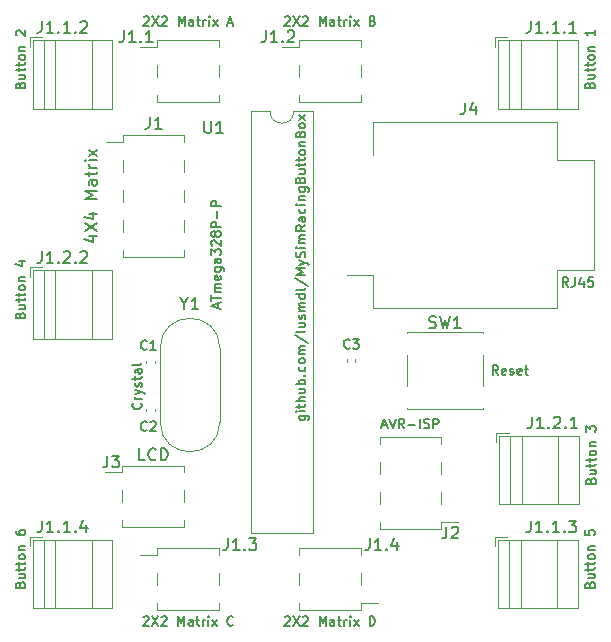
<source format=gbr>
%TF.GenerationSoftware,KiCad,Pcbnew,8.0.7*%
%TF.CreationDate,2024-12-25T17:19:13+01:00*%
%TF.ProjectId,circuit,63697263-7569-4742-9e6b-696361645f70,v1.1.0*%
%TF.SameCoordinates,Original*%
%TF.FileFunction,Legend,Top*%
%TF.FilePolarity,Positive*%
%FSLAX46Y46*%
G04 Gerber Fmt 4.6, Leading zero omitted, Abs format (unit mm)*
G04 Created by KiCad (PCBNEW 8.0.7) date 2024-12-25 17:19:13*
%MOMM*%
%LPD*%
G01*
G04 APERTURE LIST*
%ADD10C,0.175000*%
%ADD11C,0.150000*%
%ADD12C,0.120000*%
G04 APERTURE END LIST*
D10*
X234389661Y-77161535D02*
X235037280Y-77161535D01*
X235037280Y-77161535D02*
X235113471Y-77199630D01*
X235113471Y-77199630D02*
X235151566Y-77237726D01*
X235151566Y-77237726D02*
X235189661Y-77313916D01*
X235189661Y-77313916D02*
X235189661Y-77428202D01*
X235189661Y-77428202D02*
X235151566Y-77504392D01*
X234884900Y-77161535D02*
X234922995Y-77237726D01*
X234922995Y-77237726D02*
X234922995Y-77390107D01*
X234922995Y-77390107D02*
X234884900Y-77466297D01*
X234884900Y-77466297D02*
X234846804Y-77504392D01*
X234846804Y-77504392D02*
X234770614Y-77542488D01*
X234770614Y-77542488D02*
X234542042Y-77542488D01*
X234542042Y-77542488D02*
X234465852Y-77504392D01*
X234465852Y-77504392D02*
X234427757Y-77466297D01*
X234427757Y-77466297D02*
X234389661Y-77390107D01*
X234389661Y-77390107D02*
X234389661Y-77237726D01*
X234389661Y-77237726D02*
X234427757Y-77161535D01*
X234922995Y-76780582D02*
X234389661Y-76780582D01*
X234122995Y-76780582D02*
X234161090Y-76818678D01*
X234161090Y-76818678D02*
X234199185Y-76780582D01*
X234199185Y-76780582D02*
X234161090Y-76742487D01*
X234161090Y-76742487D02*
X234122995Y-76780582D01*
X234122995Y-76780582D02*
X234199185Y-76780582D01*
X234389661Y-76513916D02*
X234389661Y-76209154D01*
X234122995Y-76399630D02*
X234808709Y-76399630D01*
X234808709Y-76399630D02*
X234884900Y-76361535D01*
X234884900Y-76361535D02*
X234922995Y-76285345D01*
X234922995Y-76285345D02*
X234922995Y-76209154D01*
X234922995Y-75942487D02*
X234122995Y-75942487D01*
X234922995Y-75599630D02*
X234503947Y-75599630D01*
X234503947Y-75599630D02*
X234427757Y-75637725D01*
X234427757Y-75637725D02*
X234389661Y-75713916D01*
X234389661Y-75713916D02*
X234389661Y-75828202D01*
X234389661Y-75828202D02*
X234427757Y-75904392D01*
X234427757Y-75904392D02*
X234465852Y-75942487D01*
X234389661Y-74875820D02*
X234922995Y-74875820D01*
X234389661Y-75218677D02*
X234808709Y-75218677D01*
X234808709Y-75218677D02*
X234884900Y-75180582D01*
X234884900Y-75180582D02*
X234922995Y-75104392D01*
X234922995Y-75104392D02*
X234922995Y-74990106D01*
X234922995Y-74990106D02*
X234884900Y-74913915D01*
X234884900Y-74913915D02*
X234846804Y-74875820D01*
X234922995Y-74494867D02*
X234122995Y-74494867D01*
X234427757Y-74494867D02*
X234389661Y-74418677D01*
X234389661Y-74418677D02*
X234389661Y-74266296D01*
X234389661Y-74266296D02*
X234427757Y-74190105D01*
X234427757Y-74190105D02*
X234465852Y-74152010D01*
X234465852Y-74152010D02*
X234542042Y-74113915D01*
X234542042Y-74113915D02*
X234770614Y-74113915D01*
X234770614Y-74113915D02*
X234846804Y-74152010D01*
X234846804Y-74152010D02*
X234884900Y-74190105D01*
X234884900Y-74190105D02*
X234922995Y-74266296D01*
X234922995Y-74266296D02*
X234922995Y-74418677D01*
X234922995Y-74418677D02*
X234884900Y-74494867D01*
X234846804Y-73771057D02*
X234884900Y-73732962D01*
X234884900Y-73732962D02*
X234922995Y-73771057D01*
X234922995Y-73771057D02*
X234884900Y-73809153D01*
X234884900Y-73809153D02*
X234846804Y-73771057D01*
X234846804Y-73771057D02*
X234922995Y-73771057D01*
X234884900Y-73047248D02*
X234922995Y-73123439D01*
X234922995Y-73123439D02*
X234922995Y-73275820D01*
X234922995Y-73275820D02*
X234884900Y-73352010D01*
X234884900Y-73352010D02*
X234846804Y-73390105D01*
X234846804Y-73390105D02*
X234770614Y-73428201D01*
X234770614Y-73428201D02*
X234542042Y-73428201D01*
X234542042Y-73428201D02*
X234465852Y-73390105D01*
X234465852Y-73390105D02*
X234427757Y-73352010D01*
X234427757Y-73352010D02*
X234389661Y-73275820D01*
X234389661Y-73275820D02*
X234389661Y-73123439D01*
X234389661Y-73123439D02*
X234427757Y-73047248D01*
X234922995Y-72590106D02*
X234884900Y-72666296D01*
X234884900Y-72666296D02*
X234846804Y-72704391D01*
X234846804Y-72704391D02*
X234770614Y-72742487D01*
X234770614Y-72742487D02*
X234542042Y-72742487D01*
X234542042Y-72742487D02*
X234465852Y-72704391D01*
X234465852Y-72704391D02*
X234427757Y-72666296D01*
X234427757Y-72666296D02*
X234389661Y-72590106D01*
X234389661Y-72590106D02*
X234389661Y-72475820D01*
X234389661Y-72475820D02*
X234427757Y-72399629D01*
X234427757Y-72399629D02*
X234465852Y-72361534D01*
X234465852Y-72361534D02*
X234542042Y-72323439D01*
X234542042Y-72323439D02*
X234770614Y-72323439D01*
X234770614Y-72323439D02*
X234846804Y-72361534D01*
X234846804Y-72361534D02*
X234884900Y-72399629D01*
X234884900Y-72399629D02*
X234922995Y-72475820D01*
X234922995Y-72475820D02*
X234922995Y-72590106D01*
X234922995Y-71980581D02*
X234389661Y-71980581D01*
X234465852Y-71980581D02*
X234427757Y-71942486D01*
X234427757Y-71942486D02*
X234389661Y-71866296D01*
X234389661Y-71866296D02*
X234389661Y-71752010D01*
X234389661Y-71752010D02*
X234427757Y-71675819D01*
X234427757Y-71675819D02*
X234503947Y-71637724D01*
X234503947Y-71637724D02*
X234922995Y-71637724D01*
X234503947Y-71637724D02*
X234427757Y-71599629D01*
X234427757Y-71599629D02*
X234389661Y-71523438D01*
X234389661Y-71523438D02*
X234389661Y-71409153D01*
X234389661Y-71409153D02*
X234427757Y-71332962D01*
X234427757Y-71332962D02*
X234503947Y-71294867D01*
X234503947Y-71294867D02*
X234922995Y-71294867D01*
X234084900Y-70342486D02*
X235113471Y-71028200D01*
X234922995Y-69961534D02*
X234884900Y-70037724D01*
X234884900Y-70037724D02*
X234808709Y-70075819D01*
X234808709Y-70075819D02*
X234122995Y-70075819D01*
X234389661Y-69313914D02*
X234922995Y-69313914D01*
X234389661Y-69656771D02*
X234808709Y-69656771D01*
X234808709Y-69656771D02*
X234884900Y-69618676D01*
X234884900Y-69618676D02*
X234922995Y-69542486D01*
X234922995Y-69542486D02*
X234922995Y-69428200D01*
X234922995Y-69428200D02*
X234884900Y-69352009D01*
X234884900Y-69352009D02*
X234846804Y-69313914D01*
X234884900Y-68971057D02*
X234922995Y-68894866D01*
X234922995Y-68894866D02*
X234922995Y-68742485D01*
X234922995Y-68742485D02*
X234884900Y-68666295D01*
X234884900Y-68666295D02*
X234808709Y-68628199D01*
X234808709Y-68628199D02*
X234770614Y-68628199D01*
X234770614Y-68628199D02*
X234694423Y-68666295D01*
X234694423Y-68666295D02*
X234656328Y-68742485D01*
X234656328Y-68742485D02*
X234656328Y-68856771D01*
X234656328Y-68856771D02*
X234618233Y-68932961D01*
X234618233Y-68932961D02*
X234542042Y-68971057D01*
X234542042Y-68971057D02*
X234503947Y-68971057D01*
X234503947Y-68971057D02*
X234427757Y-68932961D01*
X234427757Y-68932961D02*
X234389661Y-68856771D01*
X234389661Y-68856771D02*
X234389661Y-68742485D01*
X234389661Y-68742485D02*
X234427757Y-68666295D01*
X234922995Y-68285342D02*
X234389661Y-68285342D01*
X234465852Y-68285342D02*
X234427757Y-68247247D01*
X234427757Y-68247247D02*
X234389661Y-68171057D01*
X234389661Y-68171057D02*
X234389661Y-68056771D01*
X234389661Y-68056771D02*
X234427757Y-67980580D01*
X234427757Y-67980580D02*
X234503947Y-67942485D01*
X234503947Y-67942485D02*
X234922995Y-67942485D01*
X234503947Y-67942485D02*
X234427757Y-67904390D01*
X234427757Y-67904390D02*
X234389661Y-67828199D01*
X234389661Y-67828199D02*
X234389661Y-67713914D01*
X234389661Y-67713914D02*
X234427757Y-67637723D01*
X234427757Y-67637723D02*
X234503947Y-67599628D01*
X234503947Y-67599628D02*
X234922995Y-67599628D01*
X234922995Y-66875818D02*
X234122995Y-66875818D01*
X234884900Y-66875818D02*
X234922995Y-66952009D01*
X234922995Y-66952009D02*
X234922995Y-67104390D01*
X234922995Y-67104390D02*
X234884900Y-67180580D01*
X234884900Y-67180580D02*
X234846804Y-67218675D01*
X234846804Y-67218675D02*
X234770614Y-67256771D01*
X234770614Y-67256771D02*
X234542042Y-67256771D01*
X234542042Y-67256771D02*
X234465852Y-67218675D01*
X234465852Y-67218675D02*
X234427757Y-67180580D01*
X234427757Y-67180580D02*
X234389661Y-67104390D01*
X234389661Y-67104390D02*
X234389661Y-66952009D01*
X234389661Y-66952009D02*
X234427757Y-66875818D01*
X234922995Y-66380580D02*
X234884900Y-66456770D01*
X234884900Y-66456770D02*
X234808709Y-66494865D01*
X234808709Y-66494865D02*
X234122995Y-66494865D01*
X234084900Y-65504389D02*
X235113471Y-66190103D01*
X234922995Y-65237722D02*
X234122995Y-65237722D01*
X234122995Y-65237722D02*
X234694423Y-64971056D01*
X234694423Y-64971056D02*
X234122995Y-64704389D01*
X234122995Y-64704389D02*
X234922995Y-64704389D01*
X234389661Y-64399627D02*
X234922995Y-64209151D01*
X234389661Y-64018674D02*
X234922995Y-64209151D01*
X234922995Y-64209151D02*
X235113471Y-64285341D01*
X235113471Y-64285341D02*
X235151566Y-64323436D01*
X235151566Y-64323436D02*
X235189661Y-64399627D01*
X234884900Y-63752008D02*
X234922995Y-63637722D01*
X234922995Y-63637722D02*
X234922995Y-63447246D01*
X234922995Y-63447246D02*
X234884900Y-63371055D01*
X234884900Y-63371055D02*
X234846804Y-63332960D01*
X234846804Y-63332960D02*
X234770614Y-63294865D01*
X234770614Y-63294865D02*
X234694423Y-63294865D01*
X234694423Y-63294865D02*
X234618233Y-63332960D01*
X234618233Y-63332960D02*
X234580138Y-63371055D01*
X234580138Y-63371055D02*
X234542042Y-63447246D01*
X234542042Y-63447246D02*
X234503947Y-63599627D01*
X234503947Y-63599627D02*
X234465852Y-63675817D01*
X234465852Y-63675817D02*
X234427757Y-63713912D01*
X234427757Y-63713912D02*
X234351566Y-63752008D01*
X234351566Y-63752008D02*
X234275376Y-63752008D01*
X234275376Y-63752008D02*
X234199185Y-63713912D01*
X234199185Y-63713912D02*
X234161090Y-63675817D01*
X234161090Y-63675817D02*
X234122995Y-63599627D01*
X234122995Y-63599627D02*
X234122995Y-63409150D01*
X234122995Y-63409150D02*
X234161090Y-63294865D01*
X234922995Y-62952007D02*
X234389661Y-62952007D01*
X234122995Y-62952007D02*
X234161090Y-62990103D01*
X234161090Y-62990103D02*
X234199185Y-62952007D01*
X234199185Y-62952007D02*
X234161090Y-62913912D01*
X234161090Y-62913912D02*
X234122995Y-62952007D01*
X234122995Y-62952007D02*
X234199185Y-62952007D01*
X234922995Y-62571055D02*
X234389661Y-62571055D01*
X234465852Y-62571055D02*
X234427757Y-62532960D01*
X234427757Y-62532960D02*
X234389661Y-62456770D01*
X234389661Y-62456770D02*
X234389661Y-62342484D01*
X234389661Y-62342484D02*
X234427757Y-62266293D01*
X234427757Y-62266293D02*
X234503947Y-62228198D01*
X234503947Y-62228198D02*
X234922995Y-62228198D01*
X234503947Y-62228198D02*
X234427757Y-62190103D01*
X234427757Y-62190103D02*
X234389661Y-62113912D01*
X234389661Y-62113912D02*
X234389661Y-61999627D01*
X234389661Y-61999627D02*
X234427757Y-61923436D01*
X234427757Y-61923436D02*
X234503947Y-61885341D01*
X234503947Y-61885341D02*
X234922995Y-61885341D01*
X234922995Y-61047245D02*
X234542042Y-61313912D01*
X234922995Y-61504388D02*
X234122995Y-61504388D01*
X234122995Y-61504388D02*
X234122995Y-61199626D01*
X234122995Y-61199626D02*
X234161090Y-61123436D01*
X234161090Y-61123436D02*
X234199185Y-61085341D01*
X234199185Y-61085341D02*
X234275376Y-61047245D01*
X234275376Y-61047245D02*
X234389661Y-61047245D01*
X234389661Y-61047245D02*
X234465852Y-61085341D01*
X234465852Y-61085341D02*
X234503947Y-61123436D01*
X234503947Y-61123436D02*
X234542042Y-61199626D01*
X234542042Y-61199626D02*
X234542042Y-61504388D01*
X234922995Y-60361531D02*
X234503947Y-60361531D01*
X234503947Y-60361531D02*
X234427757Y-60399626D01*
X234427757Y-60399626D02*
X234389661Y-60475817D01*
X234389661Y-60475817D02*
X234389661Y-60628198D01*
X234389661Y-60628198D02*
X234427757Y-60704388D01*
X234884900Y-60361531D02*
X234922995Y-60437722D01*
X234922995Y-60437722D02*
X234922995Y-60628198D01*
X234922995Y-60628198D02*
X234884900Y-60704388D01*
X234884900Y-60704388D02*
X234808709Y-60742484D01*
X234808709Y-60742484D02*
X234732519Y-60742484D01*
X234732519Y-60742484D02*
X234656328Y-60704388D01*
X234656328Y-60704388D02*
X234618233Y-60628198D01*
X234618233Y-60628198D02*
X234618233Y-60437722D01*
X234618233Y-60437722D02*
X234580138Y-60361531D01*
X234884900Y-59637721D02*
X234922995Y-59713912D01*
X234922995Y-59713912D02*
X234922995Y-59866293D01*
X234922995Y-59866293D02*
X234884900Y-59942483D01*
X234884900Y-59942483D02*
X234846804Y-59980578D01*
X234846804Y-59980578D02*
X234770614Y-60018674D01*
X234770614Y-60018674D02*
X234542042Y-60018674D01*
X234542042Y-60018674D02*
X234465852Y-59980578D01*
X234465852Y-59980578D02*
X234427757Y-59942483D01*
X234427757Y-59942483D02*
X234389661Y-59866293D01*
X234389661Y-59866293D02*
X234389661Y-59713912D01*
X234389661Y-59713912D02*
X234427757Y-59637721D01*
X234922995Y-59294864D02*
X234389661Y-59294864D01*
X234122995Y-59294864D02*
X234161090Y-59332960D01*
X234161090Y-59332960D02*
X234199185Y-59294864D01*
X234199185Y-59294864D02*
X234161090Y-59256769D01*
X234161090Y-59256769D02*
X234122995Y-59294864D01*
X234122995Y-59294864D02*
X234199185Y-59294864D01*
X234389661Y-58913912D02*
X234922995Y-58913912D01*
X234465852Y-58913912D02*
X234427757Y-58875817D01*
X234427757Y-58875817D02*
X234389661Y-58799627D01*
X234389661Y-58799627D02*
X234389661Y-58685341D01*
X234389661Y-58685341D02*
X234427757Y-58609150D01*
X234427757Y-58609150D02*
X234503947Y-58571055D01*
X234503947Y-58571055D02*
X234922995Y-58571055D01*
X234389661Y-57847245D02*
X235037280Y-57847245D01*
X235037280Y-57847245D02*
X235113471Y-57885340D01*
X235113471Y-57885340D02*
X235151566Y-57923436D01*
X235151566Y-57923436D02*
X235189661Y-57999626D01*
X235189661Y-57999626D02*
X235189661Y-58113912D01*
X235189661Y-58113912D02*
X235151566Y-58190102D01*
X234884900Y-57847245D02*
X234922995Y-57923436D01*
X234922995Y-57923436D02*
X234922995Y-58075817D01*
X234922995Y-58075817D02*
X234884900Y-58152007D01*
X234884900Y-58152007D02*
X234846804Y-58190102D01*
X234846804Y-58190102D02*
X234770614Y-58228198D01*
X234770614Y-58228198D02*
X234542042Y-58228198D01*
X234542042Y-58228198D02*
X234465852Y-58190102D01*
X234465852Y-58190102D02*
X234427757Y-58152007D01*
X234427757Y-58152007D02*
X234389661Y-58075817D01*
X234389661Y-58075817D02*
X234389661Y-57923436D01*
X234389661Y-57923436D02*
X234427757Y-57847245D01*
X234503947Y-57199626D02*
X234542042Y-57085340D01*
X234542042Y-57085340D02*
X234580138Y-57047245D01*
X234580138Y-57047245D02*
X234656328Y-57009149D01*
X234656328Y-57009149D02*
X234770614Y-57009149D01*
X234770614Y-57009149D02*
X234846804Y-57047245D01*
X234846804Y-57047245D02*
X234884900Y-57085340D01*
X234884900Y-57085340D02*
X234922995Y-57161530D01*
X234922995Y-57161530D02*
X234922995Y-57466292D01*
X234922995Y-57466292D02*
X234122995Y-57466292D01*
X234122995Y-57466292D02*
X234122995Y-57199626D01*
X234122995Y-57199626D02*
X234161090Y-57123435D01*
X234161090Y-57123435D02*
X234199185Y-57085340D01*
X234199185Y-57085340D02*
X234275376Y-57047245D01*
X234275376Y-57047245D02*
X234351566Y-57047245D01*
X234351566Y-57047245D02*
X234427757Y-57085340D01*
X234427757Y-57085340D02*
X234465852Y-57123435D01*
X234465852Y-57123435D02*
X234503947Y-57199626D01*
X234503947Y-57199626D02*
X234503947Y-57466292D01*
X234389661Y-56323435D02*
X234922995Y-56323435D01*
X234389661Y-56666292D02*
X234808709Y-56666292D01*
X234808709Y-56666292D02*
X234884900Y-56628197D01*
X234884900Y-56628197D02*
X234922995Y-56552007D01*
X234922995Y-56552007D02*
X234922995Y-56437721D01*
X234922995Y-56437721D02*
X234884900Y-56361530D01*
X234884900Y-56361530D02*
X234846804Y-56323435D01*
X234389661Y-56056768D02*
X234389661Y-55752006D01*
X234122995Y-55942482D02*
X234808709Y-55942482D01*
X234808709Y-55942482D02*
X234884900Y-55904387D01*
X234884900Y-55904387D02*
X234922995Y-55828197D01*
X234922995Y-55828197D02*
X234922995Y-55752006D01*
X234389661Y-55599625D02*
X234389661Y-55294863D01*
X234122995Y-55485339D02*
X234808709Y-55485339D01*
X234808709Y-55485339D02*
X234884900Y-55447244D01*
X234884900Y-55447244D02*
X234922995Y-55371054D01*
X234922995Y-55371054D02*
X234922995Y-55294863D01*
X234922995Y-54913911D02*
X234884900Y-54990101D01*
X234884900Y-54990101D02*
X234846804Y-55028196D01*
X234846804Y-55028196D02*
X234770614Y-55066292D01*
X234770614Y-55066292D02*
X234542042Y-55066292D01*
X234542042Y-55066292D02*
X234465852Y-55028196D01*
X234465852Y-55028196D02*
X234427757Y-54990101D01*
X234427757Y-54990101D02*
X234389661Y-54913911D01*
X234389661Y-54913911D02*
X234389661Y-54799625D01*
X234389661Y-54799625D02*
X234427757Y-54723434D01*
X234427757Y-54723434D02*
X234465852Y-54685339D01*
X234465852Y-54685339D02*
X234542042Y-54647244D01*
X234542042Y-54647244D02*
X234770614Y-54647244D01*
X234770614Y-54647244D02*
X234846804Y-54685339D01*
X234846804Y-54685339D02*
X234884900Y-54723434D01*
X234884900Y-54723434D02*
X234922995Y-54799625D01*
X234922995Y-54799625D02*
X234922995Y-54913911D01*
X234389661Y-54304386D02*
X234922995Y-54304386D01*
X234465852Y-54304386D02*
X234427757Y-54266291D01*
X234427757Y-54266291D02*
X234389661Y-54190101D01*
X234389661Y-54190101D02*
X234389661Y-54075815D01*
X234389661Y-54075815D02*
X234427757Y-53999624D01*
X234427757Y-53999624D02*
X234503947Y-53961529D01*
X234503947Y-53961529D02*
X234922995Y-53961529D01*
X234503947Y-53313910D02*
X234542042Y-53199624D01*
X234542042Y-53199624D02*
X234580138Y-53161529D01*
X234580138Y-53161529D02*
X234656328Y-53123433D01*
X234656328Y-53123433D02*
X234770614Y-53123433D01*
X234770614Y-53123433D02*
X234846804Y-53161529D01*
X234846804Y-53161529D02*
X234884900Y-53199624D01*
X234884900Y-53199624D02*
X234922995Y-53275814D01*
X234922995Y-53275814D02*
X234922995Y-53580576D01*
X234922995Y-53580576D02*
X234122995Y-53580576D01*
X234122995Y-53580576D02*
X234122995Y-53313910D01*
X234122995Y-53313910D02*
X234161090Y-53237719D01*
X234161090Y-53237719D02*
X234199185Y-53199624D01*
X234199185Y-53199624D02*
X234275376Y-53161529D01*
X234275376Y-53161529D02*
X234351566Y-53161529D01*
X234351566Y-53161529D02*
X234427757Y-53199624D01*
X234427757Y-53199624D02*
X234465852Y-53237719D01*
X234465852Y-53237719D02*
X234503947Y-53313910D01*
X234503947Y-53313910D02*
X234503947Y-53580576D01*
X234922995Y-52666291D02*
X234884900Y-52742481D01*
X234884900Y-52742481D02*
X234846804Y-52780576D01*
X234846804Y-52780576D02*
X234770614Y-52818672D01*
X234770614Y-52818672D02*
X234542042Y-52818672D01*
X234542042Y-52818672D02*
X234465852Y-52780576D01*
X234465852Y-52780576D02*
X234427757Y-52742481D01*
X234427757Y-52742481D02*
X234389661Y-52666291D01*
X234389661Y-52666291D02*
X234389661Y-52552005D01*
X234389661Y-52552005D02*
X234427757Y-52475814D01*
X234427757Y-52475814D02*
X234465852Y-52437719D01*
X234465852Y-52437719D02*
X234542042Y-52399624D01*
X234542042Y-52399624D02*
X234770614Y-52399624D01*
X234770614Y-52399624D02*
X234846804Y-52437719D01*
X234846804Y-52437719D02*
X234884900Y-52475814D01*
X234884900Y-52475814D02*
X234922995Y-52552005D01*
X234922995Y-52552005D02*
X234922995Y-52666291D01*
X234922995Y-52132957D02*
X234389661Y-51713909D01*
X234389661Y-52132957D02*
X234922995Y-51713909D01*
D11*
X218166666Y-80554819D02*
X218166666Y-81269104D01*
X218166666Y-81269104D02*
X218119047Y-81411961D01*
X218119047Y-81411961D02*
X218023809Y-81507200D01*
X218023809Y-81507200D02*
X217880952Y-81554819D01*
X217880952Y-81554819D02*
X217785714Y-81554819D01*
X218547619Y-80554819D02*
X219166666Y-80554819D01*
X219166666Y-80554819D02*
X218833333Y-80935771D01*
X218833333Y-80935771D02*
X218976190Y-80935771D01*
X218976190Y-80935771D02*
X219071428Y-80983390D01*
X219071428Y-80983390D02*
X219119047Y-81031009D01*
X219119047Y-81031009D02*
X219166666Y-81126247D01*
X219166666Y-81126247D02*
X219166666Y-81364342D01*
X219166666Y-81364342D02*
X219119047Y-81459580D01*
X219119047Y-81459580D02*
X219071428Y-81507200D01*
X219071428Y-81507200D02*
X218976190Y-81554819D01*
X218976190Y-81554819D02*
X218690476Y-81554819D01*
X218690476Y-81554819D02*
X218595238Y-81507200D01*
X218595238Y-81507200D02*
X218547619Y-81459580D01*
X221344523Y-80944819D02*
X220868333Y-80944819D01*
X220868333Y-80944819D02*
X220868333Y-79944819D01*
X222249285Y-80849580D02*
X222201666Y-80897200D01*
X222201666Y-80897200D02*
X222058809Y-80944819D01*
X222058809Y-80944819D02*
X221963571Y-80944819D01*
X221963571Y-80944819D02*
X221820714Y-80897200D01*
X221820714Y-80897200D02*
X221725476Y-80801961D01*
X221725476Y-80801961D02*
X221677857Y-80706723D01*
X221677857Y-80706723D02*
X221630238Y-80516247D01*
X221630238Y-80516247D02*
X221630238Y-80373390D01*
X221630238Y-80373390D02*
X221677857Y-80182914D01*
X221677857Y-80182914D02*
X221725476Y-80087676D01*
X221725476Y-80087676D02*
X221820714Y-79992438D01*
X221820714Y-79992438D02*
X221963571Y-79944819D01*
X221963571Y-79944819D02*
X222058809Y-79944819D01*
X222058809Y-79944819D02*
X222201666Y-79992438D01*
X222201666Y-79992438D02*
X222249285Y-80040057D01*
X222677857Y-80944819D02*
X222677857Y-79944819D01*
X222677857Y-79944819D02*
X222915952Y-79944819D01*
X222915952Y-79944819D02*
X223058809Y-79992438D01*
X223058809Y-79992438D02*
X223154047Y-80087676D01*
X223154047Y-80087676D02*
X223201666Y-80182914D01*
X223201666Y-80182914D02*
X223249285Y-80373390D01*
X223249285Y-80373390D02*
X223249285Y-80516247D01*
X223249285Y-80516247D02*
X223201666Y-80706723D01*
X223201666Y-80706723D02*
X223154047Y-80801961D01*
X223154047Y-80801961D02*
X223058809Y-80897200D01*
X223058809Y-80897200D02*
X222915952Y-80944819D01*
X222915952Y-80944819D02*
X222677857Y-80944819D01*
X253988095Y-86054819D02*
X253988095Y-86769104D01*
X253988095Y-86769104D02*
X253940476Y-86911961D01*
X253940476Y-86911961D02*
X253845238Y-87007200D01*
X253845238Y-87007200D02*
X253702381Y-87054819D01*
X253702381Y-87054819D02*
X253607143Y-87054819D01*
X254988095Y-87054819D02*
X254416667Y-87054819D01*
X254702381Y-87054819D02*
X254702381Y-86054819D01*
X254702381Y-86054819D02*
X254607143Y-86197676D01*
X254607143Y-86197676D02*
X254511905Y-86292914D01*
X254511905Y-86292914D02*
X254416667Y-86340533D01*
X255416667Y-86959580D02*
X255464286Y-87007200D01*
X255464286Y-87007200D02*
X255416667Y-87054819D01*
X255416667Y-87054819D02*
X255369048Y-87007200D01*
X255369048Y-87007200D02*
X255416667Y-86959580D01*
X255416667Y-86959580D02*
X255416667Y-87054819D01*
X256416666Y-87054819D02*
X255845238Y-87054819D01*
X256130952Y-87054819D02*
X256130952Y-86054819D01*
X256130952Y-86054819D02*
X256035714Y-86197676D01*
X256035714Y-86197676D02*
X255940476Y-86292914D01*
X255940476Y-86292914D02*
X255845238Y-86340533D01*
X256845238Y-86959580D02*
X256892857Y-87007200D01*
X256892857Y-87007200D02*
X256845238Y-87054819D01*
X256845238Y-87054819D02*
X256797619Y-87007200D01*
X256797619Y-87007200D02*
X256845238Y-86959580D01*
X256845238Y-86959580D02*
X256845238Y-87054819D01*
X257226190Y-86054819D02*
X257845237Y-86054819D01*
X257845237Y-86054819D02*
X257511904Y-86435771D01*
X257511904Y-86435771D02*
X257654761Y-86435771D01*
X257654761Y-86435771D02*
X257749999Y-86483390D01*
X257749999Y-86483390D02*
X257797618Y-86531009D01*
X257797618Y-86531009D02*
X257845237Y-86626247D01*
X257845237Y-86626247D02*
X257845237Y-86864342D01*
X257845237Y-86864342D02*
X257797618Y-86959580D01*
X257797618Y-86959580D02*
X257749999Y-87007200D01*
X257749999Y-87007200D02*
X257654761Y-87054819D01*
X257654761Y-87054819D02*
X257369047Y-87054819D01*
X257369047Y-87054819D02*
X257273809Y-87007200D01*
X257273809Y-87007200D02*
X257226190Y-86959580D01*
X258993247Y-91471429D02*
X259031342Y-91357143D01*
X259031342Y-91357143D02*
X259069438Y-91319048D01*
X259069438Y-91319048D02*
X259145628Y-91280952D01*
X259145628Y-91280952D02*
X259259914Y-91280952D01*
X259259914Y-91280952D02*
X259336104Y-91319048D01*
X259336104Y-91319048D02*
X259374200Y-91357143D01*
X259374200Y-91357143D02*
X259412295Y-91433333D01*
X259412295Y-91433333D02*
X259412295Y-91738095D01*
X259412295Y-91738095D02*
X258612295Y-91738095D01*
X258612295Y-91738095D02*
X258612295Y-91471429D01*
X258612295Y-91471429D02*
X258650390Y-91395238D01*
X258650390Y-91395238D02*
X258688485Y-91357143D01*
X258688485Y-91357143D02*
X258764676Y-91319048D01*
X258764676Y-91319048D02*
X258840866Y-91319048D01*
X258840866Y-91319048D02*
X258917057Y-91357143D01*
X258917057Y-91357143D02*
X258955152Y-91395238D01*
X258955152Y-91395238D02*
X258993247Y-91471429D01*
X258993247Y-91471429D02*
X258993247Y-91738095D01*
X258878961Y-90595238D02*
X259412295Y-90595238D01*
X258878961Y-90938095D02*
X259298009Y-90938095D01*
X259298009Y-90938095D02*
X259374200Y-90900000D01*
X259374200Y-90900000D02*
X259412295Y-90823810D01*
X259412295Y-90823810D02*
X259412295Y-90709524D01*
X259412295Y-90709524D02*
X259374200Y-90633333D01*
X259374200Y-90633333D02*
X259336104Y-90595238D01*
X258878961Y-90328571D02*
X258878961Y-90023809D01*
X258612295Y-90214285D02*
X259298009Y-90214285D01*
X259298009Y-90214285D02*
X259374200Y-90176190D01*
X259374200Y-90176190D02*
X259412295Y-90100000D01*
X259412295Y-90100000D02*
X259412295Y-90023809D01*
X258878961Y-89871428D02*
X258878961Y-89566666D01*
X258612295Y-89757142D02*
X259298009Y-89757142D01*
X259298009Y-89757142D02*
X259374200Y-89719047D01*
X259374200Y-89719047D02*
X259412295Y-89642857D01*
X259412295Y-89642857D02*
X259412295Y-89566666D01*
X259412295Y-89185714D02*
X259374200Y-89261904D01*
X259374200Y-89261904D02*
X259336104Y-89299999D01*
X259336104Y-89299999D02*
X259259914Y-89338095D01*
X259259914Y-89338095D02*
X259031342Y-89338095D01*
X259031342Y-89338095D02*
X258955152Y-89299999D01*
X258955152Y-89299999D02*
X258917057Y-89261904D01*
X258917057Y-89261904D02*
X258878961Y-89185714D01*
X258878961Y-89185714D02*
X258878961Y-89071428D01*
X258878961Y-89071428D02*
X258917057Y-88995237D01*
X258917057Y-88995237D02*
X258955152Y-88957142D01*
X258955152Y-88957142D02*
X259031342Y-88919047D01*
X259031342Y-88919047D02*
X259259914Y-88919047D01*
X259259914Y-88919047D02*
X259336104Y-88957142D01*
X259336104Y-88957142D02*
X259374200Y-88995237D01*
X259374200Y-88995237D02*
X259412295Y-89071428D01*
X259412295Y-89071428D02*
X259412295Y-89185714D01*
X258878961Y-88576189D02*
X259412295Y-88576189D01*
X258955152Y-88576189D02*
X258917057Y-88538094D01*
X258917057Y-88538094D02*
X258878961Y-88461904D01*
X258878961Y-88461904D02*
X258878961Y-88347618D01*
X258878961Y-88347618D02*
X258917057Y-88271427D01*
X258917057Y-88271427D02*
X258993247Y-88233332D01*
X258993247Y-88233332D02*
X259412295Y-88233332D01*
X258612295Y-86861903D02*
X258612295Y-87242855D01*
X258612295Y-87242855D02*
X258993247Y-87280951D01*
X258993247Y-87280951D02*
X258955152Y-87242855D01*
X258955152Y-87242855D02*
X258917057Y-87166665D01*
X258917057Y-87166665D02*
X258917057Y-86976189D01*
X258917057Y-86976189D02*
X258955152Y-86899998D01*
X258955152Y-86899998D02*
X258993247Y-86861903D01*
X258993247Y-86861903D02*
X259069438Y-86823808D01*
X259069438Y-86823808D02*
X259259914Y-86823808D01*
X259259914Y-86823808D02*
X259336104Y-86861903D01*
X259336104Y-86861903D02*
X259374200Y-86899998D01*
X259374200Y-86899998D02*
X259412295Y-86976189D01*
X259412295Y-86976189D02*
X259412295Y-87166665D01*
X259412295Y-87166665D02*
X259374200Y-87242855D01*
X259374200Y-87242855D02*
X259336104Y-87280951D01*
X253988095Y-43754819D02*
X253988095Y-44469104D01*
X253988095Y-44469104D02*
X253940476Y-44611961D01*
X253940476Y-44611961D02*
X253845238Y-44707200D01*
X253845238Y-44707200D02*
X253702381Y-44754819D01*
X253702381Y-44754819D02*
X253607143Y-44754819D01*
X254988095Y-44754819D02*
X254416667Y-44754819D01*
X254702381Y-44754819D02*
X254702381Y-43754819D01*
X254702381Y-43754819D02*
X254607143Y-43897676D01*
X254607143Y-43897676D02*
X254511905Y-43992914D01*
X254511905Y-43992914D02*
X254416667Y-44040533D01*
X255416667Y-44659580D02*
X255464286Y-44707200D01*
X255464286Y-44707200D02*
X255416667Y-44754819D01*
X255416667Y-44754819D02*
X255369048Y-44707200D01*
X255369048Y-44707200D02*
X255416667Y-44659580D01*
X255416667Y-44659580D02*
X255416667Y-44754819D01*
X256416666Y-44754819D02*
X255845238Y-44754819D01*
X256130952Y-44754819D02*
X256130952Y-43754819D01*
X256130952Y-43754819D02*
X256035714Y-43897676D01*
X256035714Y-43897676D02*
X255940476Y-43992914D01*
X255940476Y-43992914D02*
X255845238Y-44040533D01*
X256845238Y-44659580D02*
X256892857Y-44707200D01*
X256892857Y-44707200D02*
X256845238Y-44754819D01*
X256845238Y-44754819D02*
X256797619Y-44707200D01*
X256797619Y-44707200D02*
X256845238Y-44659580D01*
X256845238Y-44659580D02*
X256845238Y-44754819D01*
X257845237Y-44754819D02*
X257273809Y-44754819D01*
X257559523Y-44754819D02*
X257559523Y-43754819D01*
X257559523Y-43754819D02*
X257464285Y-43897676D01*
X257464285Y-43897676D02*
X257369047Y-43992914D01*
X257369047Y-43992914D02*
X257273809Y-44040533D01*
X258993247Y-49171429D02*
X259031342Y-49057143D01*
X259031342Y-49057143D02*
X259069438Y-49019048D01*
X259069438Y-49019048D02*
X259145628Y-48980952D01*
X259145628Y-48980952D02*
X259259914Y-48980952D01*
X259259914Y-48980952D02*
X259336104Y-49019048D01*
X259336104Y-49019048D02*
X259374200Y-49057143D01*
X259374200Y-49057143D02*
X259412295Y-49133333D01*
X259412295Y-49133333D02*
X259412295Y-49438095D01*
X259412295Y-49438095D02*
X258612295Y-49438095D01*
X258612295Y-49438095D02*
X258612295Y-49171429D01*
X258612295Y-49171429D02*
X258650390Y-49095238D01*
X258650390Y-49095238D02*
X258688485Y-49057143D01*
X258688485Y-49057143D02*
X258764676Y-49019048D01*
X258764676Y-49019048D02*
X258840866Y-49019048D01*
X258840866Y-49019048D02*
X258917057Y-49057143D01*
X258917057Y-49057143D02*
X258955152Y-49095238D01*
X258955152Y-49095238D02*
X258993247Y-49171429D01*
X258993247Y-49171429D02*
X258993247Y-49438095D01*
X258878961Y-48295238D02*
X259412295Y-48295238D01*
X258878961Y-48638095D02*
X259298009Y-48638095D01*
X259298009Y-48638095D02*
X259374200Y-48600000D01*
X259374200Y-48600000D02*
X259412295Y-48523810D01*
X259412295Y-48523810D02*
X259412295Y-48409524D01*
X259412295Y-48409524D02*
X259374200Y-48333333D01*
X259374200Y-48333333D02*
X259336104Y-48295238D01*
X258878961Y-48028571D02*
X258878961Y-47723809D01*
X258612295Y-47914285D02*
X259298009Y-47914285D01*
X259298009Y-47914285D02*
X259374200Y-47876190D01*
X259374200Y-47876190D02*
X259412295Y-47800000D01*
X259412295Y-47800000D02*
X259412295Y-47723809D01*
X258878961Y-47571428D02*
X258878961Y-47266666D01*
X258612295Y-47457142D02*
X259298009Y-47457142D01*
X259298009Y-47457142D02*
X259374200Y-47419047D01*
X259374200Y-47419047D02*
X259412295Y-47342857D01*
X259412295Y-47342857D02*
X259412295Y-47266666D01*
X259412295Y-46885714D02*
X259374200Y-46961904D01*
X259374200Y-46961904D02*
X259336104Y-46999999D01*
X259336104Y-46999999D02*
X259259914Y-47038095D01*
X259259914Y-47038095D02*
X259031342Y-47038095D01*
X259031342Y-47038095D02*
X258955152Y-46999999D01*
X258955152Y-46999999D02*
X258917057Y-46961904D01*
X258917057Y-46961904D02*
X258878961Y-46885714D01*
X258878961Y-46885714D02*
X258878961Y-46771428D01*
X258878961Y-46771428D02*
X258917057Y-46695237D01*
X258917057Y-46695237D02*
X258955152Y-46657142D01*
X258955152Y-46657142D02*
X259031342Y-46619047D01*
X259031342Y-46619047D02*
X259259914Y-46619047D01*
X259259914Y-46619047D02*
X259336104Y-46657142D01*
X259336104Y-46657142D02*
X259374200Y-46695237D01*
X259374200Y-46695237D02*
X259412295Y-46771428D01*
X259412295Y-46771428D02*
X259412295Y-46885714D01*
X258878961Y-46276189D02*
X259412295Y-46276189D01*
X258955152Y-46276189D02*
X258917057Y-46238094D01*
X258917057Y-46238094D02*
X258878961Y-46161904D01*
X258878961Y-46161904D02*
X258878961Y-46047618D01*
X258878961Y-46047618D02*
X258917057Y-45971427D01*
X258917057Y-45971427D02*
X258993247Y-45933332D01*
X258993247Y-45933332D02*
X259412295Y-45933332D01*
X259412295Y-44523808D02*
X259412295Y-44980951D01*
X259412295Y-44752379D02*
X258612295Y-44752379D01*
X258612295Y-44752379D02*
X258726580Y-44828570D01*
X258726580Y-44828570D02*
X258802771Y-44904760D01*
X258802771Y-44904760D02*
X258840866Y-44980951D01*
X228352381Y-87554819D02*
X228352381Y-88269104D01*
X228352381Y-88269104D02*
X228304762Y-88411961D01*
X228304762Y-88411961D02*
X228209524Y-88507200D01*
X228209524Y-88507200D02*
X228066667Y-88554819D01*
X228066667Y-88554819D02*
X227971429Y-88554819D01*
X229352381Y-88554819D02*
X228780953Y-88554819D01*
X229066667Y-88554819D02*
X229066667Y-87554819D01*
X229066667Y-87554819D02*
X228971429Y-87697676D01*
X228971429Y-87697676D02*
X228876191Y-87792914D01*
X228876191Y-87792914D02*
X228780953Y-87840533D01*
X229780953Y-88459580D02*
X229828572Y-88507200D01*
X229828572Y-88507200D02*
X229780953Y-88554819D01*
X229780953Y-88554819D02*
X229733334Y-88507200D01*
X229733334Y-88507200D02*
X229780953Y-88459580D01*
X229780953Y-88459580D02*
X229780953Y-88554819D01*
X230161905Y-87554819D02*
X230780952Y-87554819D01*
X230780952Y-87554819D02*
X230447619Y-87935771D01*
X230447619Y-87935771D02*
X230590476Y-87935771D01*
X230590476Y-87935771D02*
X230685714Y-87983390D01*
X230685714Y-87983390D02*
X230733333Y-88031009D01*
X230733333Y-88031009D02*
X230780952Y-88126247D01*
X230780952Y-88126247D02*
X230780952Y-88364342D01*
X230780952Y-88364342D02*
X230733333Y-88459580D01*
X230733333Y-88459580D02*
X230685714Y-88507200D01*
X230685714Y-88507200D02*
X230590476Y-88554819D01*
X230590476Y-88554819D02*
X230304762Y-88554819D01*
X230304762Y-88554819D02*
X230209524Y-88507200D01*
X230209524Y-88507200D02*
X230161905Y-88459580D01*
X221190475Y-94238485D02*
X221228571Y-94200390D01*
X221228571Y-94200390D02*
X221304761Y-94162295D01*
X221304761Y-94162295D02*
X221495237Y-94162295D01*
X221495237Y-94162295D02*
X221571428Y-94200390D01*
X221571428Y-94200390D02*
X221609523Y-94238485D01*
X221609523Y-94238485D02*
X221647618Y-94314676D01*
X221647618Y-94314676D02*
X221647618Y-94390866D01*
X221647618Y-94390866D02*
X221609523Y-94505152D01*
X221609523Y-94505152D02*
X221152380Y-94962295D01*
X221152380Y-94962295D02*
X221647618Y-94962295D01*
X221914285Y-94162295D02*
X222447619Y-94962295D01*
X222447619Y-94162295D02*
X221914285Y-94962295D01*
X222714285Y-94238485D02*
X222752381Y-94200390D01*
X222752381Y-94200390D02*
X222828571Y-94162295D01*
X222828571Y-94162295D02*
X223019047Y-94162295D01*
X223019047Y-94162295D02*
X223095238Y-94200390D01*
X223095238Y-94200390D02*
X223133333Y-94238485D01*
X223133333Y-94238485D02*
X223171428Y-94314676D01*
X223171428Y-94314676D02*
X223171428Y-94390866D01*
X223171428Y-94390866D02*
X223133333Y-94505152D01*
X223133333Y-94505152D02*
X222676190Y-94962295D01*
X222676190Y-94962295D02*
X223171428Y-94962295D01*
X224123810Y-94962295D02*
X224123810Y-94162295D01*
X224123810Y-94162295D02*
X224390476Y-94733723D01*
X224390476Y-94733723D02*
X224657143Y-94162295D01*
X224657143Y-94162295D02*
X224657143Y-94962295D01*
X225380953Y-94962295D02*
X225380953Y-94543247D01*
X225380953Y-94543247D02*
X225342858Y-94467057D01*
X225342858Y-94467057D02*
X225266667Y-94428961D01*
X225266667Y-94428961D02*
X225114286Y-94428961D01*
X225114286Y-94428961D02*
X225038096Y-94467057D01*
X225380953Y-94924200D02*
X225304762Y-94962295D01*
X225304762Y-94962295D02*
X225114286Y-94962295D01*
X225114286Y-94962295D02*
X225038096Y-94924200D01*
X225038096Y-94924200D02*
X225000000Y-94848009D01*
X225000000Y-94848009D02*
X225000000Y-94771819D01*
X225000000Y-94771819D02*
X225038096Y-94695628D01*
X225038096Y-94695628D02*
X225114286Y-94657533D01*
X225114286Y-94657533D02*
X225304762Y-94657533D01*
X225304762Y-94657533D02*
X225380953Y-94619438D01*
X225647620Y-94428961D02*
X225952382Y-94428961D01*
X225761906Y-94162295D02*
X225761906Y-94848009D01*
X225761906Y-94848009D02*
X225800001Y-94924200D01*
X225800001Y-94924200D02*
X225876191Y-94962295D01*
X225876191Y-94962295D02*
X225952382Y-94962295D01*
X226219049Y-94962295D02*
X226219049Y-94428961D01*
X226219049Y-94581342D02*
X226257144Y-94505152D01*
X226257144Y-94505152D02*
X226295239Y-94467057D01*
X226295239Y-94467057D02*
X226371430Y-94428961D01*
X226371430Y-94428961D02*
X226447620Y-94428961D01*
X226714287Y-94962295D02*
X226714287Y-94428961D01*
X226714287Y-94162295D02*
X226676191Y-94200390D01*
X226676191Y-94200390D02*
X226714287Y-94238485D01*
X226714287Y-94238485D02*
X226752382Y-94200390D01*
X226752382Y-94200390D02*
X226714287Y-94162295D01*
X226714287Y-94162295D02*
X226714287Y-94238485D01*
X227019048Y-94962295D02*
X227438096Y-94428961D01*
X227019048Y-94428961D02*
X227438096Y-94962295D01*
X228809525Y-94886104D02*
X228771429Y-94924200D01*
X228771429Y-94924200D02*
X228657144Y-94962295D01*
X228657144Y-94962295D02*
X228580953Y-94962295D01*
X228580953Y-94962295D02*
X228466667Y-94924200D01*
X228466667Y-94924200D02*
X228390477Y-94848009D01*
X228390477Y-94848009D02*
X228352382Y-94771819D01*
X228352382Y-94771819D02*
X228314286Y-94619438D01*
X228314286Y-94619438D02*
X228314286Y-94505152D01*
X228314286Y-94505152D02*
X228352382Y-94352771D01*
X228352382Y-94352771D02*
X228390477Y-94276580D01*
X228390477Y-94276580D02*
X228466667Y-94200390D01*
X228466667Y-94200390D02*
X228580953Y-94162295D01*
X228580953Y-94162295D02*
X228657144Y-94162295D01*
X228657144Y-94162295D02*
X228771429Y-94200390D01*
X228771429Y-94200390D02*
X228809525Y-94238485D01*
X221496667Y-78386104D02*
X221458571Y-78424200D01*
X221458571Y-78424200D02*
X221344286Y-78462295D01*
X221344286Y-78462295D02*
X221268095Y-78462295D01*
X221268095Y-78462295D02*
X221153809Y-78424200D01*
X221153809Y-78424200D02*
X221077619Y-78348009D01*
X221077619Y-78348009D02*
X221039524Y-78271819D01*
X221039524Y-78271819D02*
X221001428Y-78119438D01*
X221001428Y-78119438D02*
X221001428Y-78005152D01*
X221001428Y-78005152D02*
X221039524Y-77852771D01*
X221039524Y-77852771D02*
X221077619Y-77776580D01*
X221077619Y-77776580D02*
X221153809Y-77700390D01*
X221153809Y-77700390D02*
X221268095Y-77662295D01*
X221268095Y-77662295D02*
X221344286Y-77662295D01*
X221344286Y-77662295D02*
X221458571Y-77700390D01*
X221458571Y-77700390D02*
X221496667Y-77738485D01*
X221801428Y-77738485D02*
X221839524Y-77700390D01*
X221839524Y-77700390D02*
X221915714Y-77662295D01*
X221915714Y-77662295D02*
X222106190Y-77662295D01*
X222106190Y-77662295D02*
X222182381Y-77700390D01*
X222182381Y-77700390D02*
X222220476Y-77738485D01*
X222220476Y-77738485D02*
X222258571Y-77814676D01*
X222258571Y-77814676D02*
X222258571Y-77890866D01*
X222258571Y-77890866D02*
X222220476Y-78005152D01*
X222220476Y-78005152D02*
X221763333Y-78462295D01*
X221763333Y-78462295D02*
X222258571Y-78462295D01*
X212588095Y-43754819D02*
X212588095Y-44469104D01*
X212588095Y-44469104D02*
X212540476Y-44611961D01*
X212540476Y-44611961D02*
X212445238Y-44707200D01*
X212445238Y-44707200D02*
X212302381Y-44754819D01*
X212302381Y-44754819D02*
X212207143Y-44754819D01*
X213588095Y-44754819D02*
X213016667Y-44754819D01*
X213302381Y-44754819D02*
X213302381Y-43754819D01*
X213302381Y-43754819D02*
X213207143Y-43897676D01*
X213207143Y-43897676D02*
X213111905Y-43992914D01*
X213111905Y-43992914D02*
X213016667Y-44040533D01*
X214016667Y-44659580D02*
X214064286Y-44707200D01*
X214064286Y-44707200D02*
X214016667Y-44754819D01*
X214016667Y-44754819D02*
X213969048Y-44707200D01*
X213969048Y-44707200D02*
X214016667Y-44659580D01*
X214016667Y-44659580D02*
X214016667Y-44754819D01*
X215016666Y-44754819D02*
X214445238Y-44754819D01*
X214730952Y-44754819D02*
X214730952Y-43754819D01*
X214730952Y-43754819D02*
X214635714Y-43897676D01*
X214635714Y-43897676D02*
X214540476Y-43992914D01*
X214540476Y-43992914D02*
X214445238Y-44040533D01*
X215445238Y-44659580D02*
X215492857Y-44707200D01*
X215492857Y-44707200D02*
X215445238Y-44754819D01*
X215445238Y-44754819D02*
X215397619Y-44707200D01*
X215397619Y-44707200D02*
X215445238Y-44659580D01*
X215445238Y-44659580D02*
X215445238Y-44754819D01*
X215873809Y-43850057D02*
X215921428Y-43802438D01*
X215921428Y-43802438D02*
X216016666Y-43754819D01*
X216016666Y-43754819D02*
X216254761Y-43754819D01*
X216254761Y-43754819D02*
X216349999Y-43802438D01*
X216349999Y-43802438D02*
X216397618Y-43850057D01*
X216397618Y-43850057D02*
X216445237Y-43945295D01*
X216445237Y-43945295D02*
X216445237Y-44040533D01*
X216445237Y-44040533D02*
X216397618Y-44183390D01*
X216397618Y-44183390D02*
X215826190Y-44754819D01*
X215826190Y-44754819D02*
X216445237Y-44754819D01*
X210793247Y-49171429D02*
X210831342Y-49057143D01*
X210831342Y-49057143D02*
X210869438Y-49019048D01*
X210869438Y-49019048D02*
X210945628Y-48980952D01*
X210945628Y-48980952D02*
X211059914Y-48980952D01*
X211059914Y-48980952D02*
X211136104Y-49019048D01*
X211136104Y-49019048D02*
X211174200Y-49057143D01*
X211174200Y-49057143D02*
X211212295Y-49133333D01*
X211212295Y-49133333D02*
X211212295Y-49438095D01*
X211212295Y-49438095D02*
X210412295Y-49438095D01*
X210412295Y-49438095D02*
X210412295Y-49171429D01*
X210412295Y-49171429D02*
X210450390Y-49095238D01*
X210450390Y-49095238D02*
X210488485Y-49057143D01*
X210488485Y-49057143D02*
X210564676Y-49019048D01*
X210564676Y-49019048D02*
X210640866Y-49019048D01*
X210640866Y-49019048D02*
X210717057Y-49057143D01*
X210717057Y-49057143D02*
X210755152Y-49095238D01*
X210755152Y-49095238D02*
X210793247Y-49171429D01*
X210793247Y-49171429D02*
X210793247Y-49438095D01*
X210678961Y-48295238D02*
X211212295Y-48295238D01*
X210678961Y-48638095D02*
X211098009Y-48638095D01*
X211098009Y-48638095D02*
X211174200Y-48600000D01*
X211174200Y-48600000D02*
X211212295Y-48523810D01*
X211212295Y-48523810D02*
X211212295Y-48409524D01*
X211212295Y-48409524D02*
X211174200Y-48333333D01*
X211174200Y-48333333D02*
X211136104Y-48295238D01*
X210678961Y-48028571D02*
X210678961Y-47723809D01*
X210412295Y-47914285D02*
X211098009Y-47914285D01*
X211098009Y-47914285D02*
X211174200Y-47876190D01*
X211174200Y-47876190D02*
X211212295Y-47800000D01*
X211212295Y-47800000D02*
X211212295Y-47723809D01*
X210678961Y-47571428D02*
X210678961Y-47266666D01*
X210412295Y-47457142D02*
X211098009Y-47457142D01*
X211098009Y-47457142D02*
X211174200Y-47419047D01*
X211174200Y-47419047D02*
X211212295Y-47342857D01*
X211212295Y-47342857D02*
X211212295Y-47266666D01*
X211212295Y-46885714D02*
X211174200Y-46961904D01*
X211174200Y-46961904D02*
X211136104Y-46999999D01*
X211136104Y-46999999D02*
X211059914Y-47038095D01*
X211059914Y-47038095D02*
X210831342Y-47038095D01*
X210831342Y-47038095D02*
X210755152Y-46999999D01*
X210755152Y-46999999D02*
X210717057Y-46961904D01*
X210717057Y-46961904D02*
X210678961Y-46885714D01*
X210678961Y-46885714D02*
X210678961Y-46771428D01*
X210678961Y-46771428D02*
X210717057Y-46695237D01*
X210717057Y-46695237D02*
X210755152Y-46657142D01*
X210755152Y-46657142D02*
X210831342Y-46619047D01*
X210831342Y-46619047D02*
X211059914Y-46619047D01*
X211059914Y-46619047D02*
X211136104Y-46657142D01*
X211136104Y-46657142D02*
X211174200Y-46695237D01*
X211174200Y-46695237D02*
X211212295Y-46771428D01*
X211212295Y-46771428D02*
X211212295Y-46885714D01*
X210678961Y-46276189D02*
X211212295Y-46276189D01*
X210755152Y-46276189D02*
X210717057Y-46238094D01*
X210717057Y-46238094D02*
X210678961Y-46161904D01*
X210678961Y-46161904D02*
X210678961Y-46047618D01*
X210678961Y-46047618D02*
X210717057Y-45971427D01*
X210717057Y-45971427D02*
X210793247Y-45933332D01*
X210793247Y-45933332D02*
X211212295Y-45933332D01*
X210488485Y-44980951D02*
X210450390Y-44942855D01*
X210450390Y-44942855D02*
X210412295Y-44866665D01*
X210412295Y-44866665D02*
X210412295Y-44676189D01*
X210412295Y-44676189D02*
X210450390Y-44599998D01*
X210450390Y-44599998D02*
X210488485Y-44561903D01*
X210488485Y-44561903D02*
X210564676Y-44523808D01*
X210564676Y-44523808D02*
X210640866Y-44523808D01*
X210640866Y-44523808D02*
X210755152Y-44561903D01*
X210755152Y-44561903D02*
X211212295Y-45019046D01*
X211212295Y-45019046D02*
X211212295Y-44523808D01*
X221486667Y-71516104D02*
X221448571Y-71554200D01*
X221448571Y-71554200D02*
X221334286Y-71592295D01*
X221334286Y-71592295D02*
X221258095Y-71592295D01*
X221258095Y-71592295D02*
X221143809Y-71554200D01*
X221143809Y-71554200D02*
X221067619Y-71478009D01*
X221067619Y-71478009D02*
X221029524Y-71401819D01*
X221029524Y-71401819D02*
X220991428Y-71249438D01*
X220991428Y-71249438D02*
X220991428Y-71135152D01*
X220991428Y-71135152D02*
X221029524Y-70982771D01*
X221029524Y-70982771D02*
X221067619Y-70906580D01*
X221067619Y-70906580D02*
X221143809Y-70830390D01*
X221143809Y-70830390D02*
X221258095Y-70792295D01*
X221258095Y-70792295D02*
X221334286Y-70792295D01*
X221334286Y-70792295D02*
X221448571Y-70830390D01*
X221448571Y-70830390D02*
X221486667Y-70868485D01*
X222248571Y-71592295D02*
X221791428Y-71592295D01*
X222020000Y-71592295D02*
X222020000Y-70792295D01*
X222020000Y-70792295D02*
X221943809Y-70906580D01*
X221943809Y-70906580D02*
X221867619Y-70982771D01*
X221867619Y-70982771D02*
X221791428Y-71020866D01*
X248426666Y-50654819D02*
X248426666Y-51369104D01*
X248426666Y-51369104D02*
X248379047Y-51511961D01*
X248379047Y-51511961D02*
X248283809Y-51607200D01*
X248283809Y-51607200D02*
X248140952Y-51654819D01*
X248140952Y-51654819D02*
X248045714Y-51654819D01*
X249331428Y-50988152D02*
X249331428Y-51654819D01*
X249093333Y-50607200D02*
X248855238Y-51321485D01*
X248855238Y-51321485D02*
X249474285Y-51321485D01*
X257180952Y-66262295D02*
X256914285Y-65881342D01*
X256723809Y-66262295D02*
X256723809Y-65462295D01*
X256723809Y-65462295D02*
X257028571Y-65462295D01*
X257028571Y-65462295D02*
X257104761Y-65500390D01*
X257104761Y-65500390D02*
X257142856Y-65538485D01*
X257142856Y-65538485D02*
X257180952Y-65614676D01*
X257180952Y-65614676D02*
X257180952Y-65728961D01*
X257180952Y-65728961D02*
X257142856Y-65805152D01*
X257142856Y-65805152D02*
X257104761Y-65843247D01*
X257104761Y-65843247D02*
X257028571Y-65881342D01*
X257028571Y-65881342D02*
X256723809Y-65881342D01*
X257752380Y-65462295D02*
X257752380Y-66033723D01*
X257752380Y-66033723D02*
X257714285Y-66148009D01*
X257714285Y-66148009D02*
X257638094Y-66224200D01*
X257638094Y-66224200D02*
X257523809Y-66262295D01*
X257523809Y-66262295D02*
X257447618Y-66262295D01*
X258476190Y-65728961D02*
X258476190Y-66262295D01*
X258285714Y-65424200D02*
X258095237Y-65995628D01*
X258095237Y-65995628D02*
X258590476Y-65995628D01*
X259276190Y-65462295D02*
X258895238Y-65462295D01*
X258895238Y-65462295D02*
X258857142Y-65843247D01*
X258857142Y-65843247D02*
X258895238Y-65805152D01*
X258895238Y-65805152D02*
X258971428Y-65767057D01*
X258971428Y-65767057D02*
X259161904Y-65767057D01*
X259161904Y-65767057D02*
X259238095Y-65805152D01*
X259238095Y-65805152D02*
X259276190Y-65843247D01*
X259276190Y-65843247D02*
X259314285Y-65919438D01*
X259314285Y-65919438D02*
X259314285Y-66109914D01*
X259314285Y-66109914D02*
X259276190Y-66186104D01*
X259276190Y-66186104D02*
X259238095Y-66224200D01*
X259238095Y-66224200D02*
X259161904Y-66262295D01*
X259161904Y-66262295D02*
X258971428Y-66262295D01*
X258971428Y-66262295D02*
X258895238Y-66224200D01*
X258895238Y-66224200D02*
X258857142Y-66186104D01*
X212588095Y-63254819D02*
X212588095Y-63969104D01*
X212588095Y-63969104D02*
X212540476Y-64111961D01*
X212540476Y-64111961D02*
X212445238Y-64207200D01*
X212445238Y-64207200D02*
X212302381Y-64254819D01*
X212302381Y-64254819D02*
X212207143Y-64254819D01*
X213588095Y-64254819D02*
X213016667Y-64254819D01*
X213302381Y-64254819D02*
X213302381Y-63254819D01*
X213302381Y-63254819D02*
X213207143Y-63397676D01*
X213207143Y-63397676D02*
X213111905Y-63492914D01*
X213111905Y-63492914D02*
X213016667Y-63540533D01*
X214016667Y-64159580D02*
X214064286Y-64207200D01*
X214064286Y-64207200D02*
X214016667Y-64254819D01*
X214016667Y-64254819D02*
X213969048Y-64207200D01*
X213969048Y-64207200D02*
X214016667Y-64159580D01*
X214016667Y-64159580D02*
X214016667Y-64254819D01*
X214445238Y-63350057D02*
X214492857Y-63302438D01*
X214492857Y-63302438D02*
X214588095Y-63254819D01*
X214588095Y-63254819D02*
X214826190Y-63254819D01*
X214826190Y-63254819D02*
X214921428Y-63302438D01*
X214921428Y-63302438D02*
X214969047Y-63350057D01*
X214969047Y-63350057D02*
X215016666Y-63445295D01*
X215016666Y-63445295D02*
X215016666Y-63540533D01*
X215016666Y-63540533D02*
X214969047Y-63683390D01*
X214969047Y-63683390D02*
X214397619Y-64254819D01*
X214397619Y-64254819D02*
X215016666Y-64254819D01*
X215445238Y-64159580D02*
X215492857Y-64207200D01*
X215492857Y-64207200D02*
X215445238Y-64254819D01*
X215445238Y-64254819D02*
X215397619Y-64207200D01*
X215397619Y-64207200D02*
X215445238Y-64159580D01*
X215445238Y-64159580D02*
X215445238Y-64254819D01*
X215873809Y-63350057D02*
X215921428Y-63302438D01*
X215921428Y-63302438D02*
X216016666Y-63254819D01*
X216016666Y-63254819D02*
X216254761Y-63254819D01*
X216254761Y-63254819D02*
X216349999Y-63302438D01*
X216349999Y-63302438D02*
X216397618Y-63350057D01*
X216397618Y-63350057D02*
X216445237Y-63445295D01*
X216445237Y-63445295D02*
X216445237Y-63540533D01*
X216445237Y-63540533D02*
X216397618Y-63683390D01*
X216397618Y-63683390D02*
X215826190Y-64254819D01*
X215826190Y-64254819D02*
X216445237Y-64254819D01*
X210793247Y-68671429D02*
X210831342Y-68557143D01*
X210831342Y-68557143D02*
X210869438Y-68519048D01*
X210869438Y-68519048D02*
X210945628Y-68480952D01*
X210945628Y-68480952D02*
X211059914Y-68480952D01*
X211059914Y-68480952D02*
X211136104Y-68519048D01*
X211136104Y-68519048D02*
X211174200Y-68557143D01*
X211174200Y-68557143D02*
X211212295Y-68633333D01*
X211212295Y-68633333D02*
X211212295Y-68938095D01*
X211212295Y-68938095D02*
X210412295Y-68938095D01*
X210412295Y-68938095D02*
X210412295Y-68671429D01*
X210412295Y-68671429D02*
X210450390Y-68595238D01*
X210450390Y-68595238D02*
X210488485Y-68557143D01*
X210488485Y-68557143D02*
X210564676Y-68519048D01*
X210564676Y-68519048D02*
X210640866Y-68519048D01*
X210640866Y-68519048D02*
X210717057Y-68557143D01*
X210717057Y-68557143D02*
X210755152Y-68595238D01*
X210755152Y-68595238D02*
X210793247Y-68671429D01*
X210793247Y-68671429D02*
X210793247Y-68938095D01*
X210678961Y-67795238D02*
X211212295Y-67795238D01*
X210678961Y-68138095D02*
X211098009Y-68138095D01*
X211098009Y-68138095D02*
X211174200Y-68100000D01*
X211174200Y-68100000D02*
X211212295Y-68023810D01*
X211212295Y-68023810D02*
X211212295Y-67909524D01*
X211212295Y-67909524D02*
X211174200Y-67833333D01*
X211174200Y-67833333D02*
X211136104Y-67795238D01*
X210678961Y-67528571D02*
X210678961Y-67223809D01*
X210412295Y-67414285D02*
X211098009Y-67414285D01*
X211098009Y-67414285D02*
X211174200Y-67376190D01*
X211174200Y-67376190D02*
X211212295Y-67300000D01*
X211212295Y-67300000D02*
X211212295Y-67223809D01*
X210678961Y-67071428D02*
X210678961Y-66766666D01*
X210412295Y-66957142D02*
X211098009Y-66957142D01*
X211098009Y-66957142D02*
X211174200Y-66919047D01*
X211174200Y-66919047D02*
X211212295Y-66842857D01*
X211212295Y-66842857D02*
X211212295Y-66766666D01*
X211212295Y-66385714D02*
X211174200Y-66461904D01*
X211174200Y-66461904D02*
X211136104Y-66499999D01*
X211136104Y-66499999D02*
X211059914Y-66538095D01*
X211059914Y-66538095D02*
X210831342Y-66538095D01*
X210831342Y-66538095D02*
X210755152Y-66499999D01*
X210755152Y-66499999D02*
X210717057Y-66461904D01*
X210717057Y-66461904D02*
X210678961Y-66385714D01*
X210678961Y-66385714D02*
X210678961Y-66271428D01*
X210678961Y-66271428D02*
X210717057Y-66195237D01*
X210717057Y-66195237D02*
X210755152Y-66157142D01*
X210755152Y-66157142D02*
X210831342Y-66119047D01*
X210831342Y-66119047D02*
X211059914Y-66119047D01*
X211059914Y-66119047D02*
X211136104Y-66157142D01*
X211136104Y-66157142D02*
X211174200Y-66195237D01*
X211174200Y-66195237D02*
X211212295Y-66271428D01*
X211212295Y-66271428D02*
X211212295Y-66385714D01*
X210678961Y-65776189D02*
X211212295Y-65776189D01*
X210755152Y-65776189D02*
X210717057Y-65738094D01*
X210717057Y-65738094D02*
X210678961Y-65661904D01*
X210678961Y-65661904D02*
X210678961Y-65547618D01*
X210678961Y-65547618D02*
X210717057Y-65471427D01*
X210717057Y-65471427D02*
X210793247Y-65433332D01*
X210793247Y-65433332D02*
X211212295Y-65433332D01*
X210678961Y-64099998D02*
X211212295Y-64099998D01*
X210374200Y-64290474D02*
X210945628Y-64480951D01*
X210945628Y-64480951D02*
X210945628Y-63985712D01*
X226368095Y-52234819D02*
X226368095Y-53044342D01*
X226368095Y-53044342D02*
X226415714Y-53139580D01*
X226415714Y-53139580D02*
X226463333Y-53187200D01*
X226463333Y-53187200D02*
X226558571Y-53234819D01*
X226558571Y-53234819D02*
X226749047Y-53234819D01*
X226749047Y-53234819D02*
X226844285Y-53187200D01*
X226844285Y-53187200D02*
X226891904Y-53139580D01*
X226891904Y-53139580D02*
X226939523Y-53044342D01*
X226939523Y-53044342D02*
X226939523Y-52234819D01*
X227939523Y-53234819D02*
X227368095Y-53234819D01*
X227653809Y-53234819D02*
X227653809Y-52234819D01*
X227653809Y-52234819D02*
X227558571Y-52377676D01*
X227558571Y-52377676D02*
X227463333Y-52472914D01*
X227463333Y-52472914D02*
X227368095Y-52520533D01*
X227533723Y-68033334D02*
X227533723Y-67652381D01*
X227762295Y-68109524D02*
X226962295Y-67842857D01*
X226962295Y-67842857D02*
X227762295Y-67576191D01*
X226962295Y-67423810D02*
X226962295Y-66966667D01*
X227762295Y-67195239D02*
X226962295Y-67195239D01*
X227762295Y-66700000D02*
X227228961Y-66700000D01*
X227305152Y-66700000D02*
X227267057Y-66661905D01*
X227267057Y-66661905D02*
X227228961Y-66585715D01*
X227228961Y-66585715D02*
X227228961Y-66471429D01*
X227228961Y-66471429D02*
X227267057Y-66395238D01*
X227267057Y-66395238D02*
X227343247Y-66357143D01*
X227343247Y-66357143D02*
X227762295Y-66357143D01*
X227343247Y-66357143D02*
X227267057Y-66319048D01*
X227267057Y-66319048D02*
X227228961Y-66242857D01*
X227228961Y-66242857D02*
X227228961Y-66128572D01*
X227228961Y-66128572D02*
X227267057Y-66052381D01*
X227267057Y-66052381D02*
X227343247Y-66014286D01*
X227343247Y-66014286D02*
X227762295Y-66014286D01*
X227724200Y-65328571D02*
X227762295Y-65404762D01*
X227762295Y-65404762D02*
X227762295Y-65557143D01*
X227762295Y-65557143D02*
X227724200Y-65633333D01*
X227724200Y-65633333D02*
X227648009Y-65671429D01*
X227648009Y-65671429D02*
X227343247Y-65671429D01*
X227343247Y-65671429D02*
X227267057Y-65633333D01*
X227267057Y-65633333D02*
X227228961Y-65557143D01*
X227228961Y-65557143D02*
X227228961Y-65404762D01*
X227228961Y-65404762D02*
X227267057Y-65328571D01*
X227267057Y-65328571D02*
X227343247Y-65290476D01*
X227343247Y-65290476D02*
X227419438Y-65290476D01*
X227419438Y-65290476D02*
X227495628Y-65671429D01*
X227228961Y-64604762D02*
X227876580Y-64604762D01*
X227876580Y-64604762D02*
X227952771Y-64642857D01*
X227952771Y-64642857D02*
X227990866Y-64680953D01*
X227990866Y-64680953D02*
X228028961Y-64757143D01*
X228028961Y-64757143D02*
X228028961Y-64871429D01*
X228028961Y-64871429D02*
X227990866Y-64947619D01*
X227724200Y-64604762D02*
X227762295Y-64680953D01*
X227762295Y-64680953D02*
X227762295Y-64833334D01*
X227762295Y-64833334D02*
X227724200Y-64909524D01*
X227724200Y-64909524D02*
X227686104Y-64947619D01*
X227686104Y-64947619D02*
X227609914Y-64985715D01*
X227609914Y-64985715D02*
X227381342Y-64985715D01*
X227381342Y-64985715D02*
X227305152Y-64947619D01*
X227305152Y-64947619D02*
X227267057Y-64909524D01*
X227267057Y-64909524D02*
X227228961Y-64833334D01*
X227228961Y-64833334D02*
X227228961Y-64680953D01*
X227228961Y-64680953D02*
X227267057Y-64604762D01*
X227762295Y-63880952D02*
X227343247Y-63880952D01*
X227343247Y-63880952D02*
X227267057Y-63919047D01*
X227267057Y-63919047D02*
X227228961Y-63995238D01*
X227228961Y-63995238D02*
X227228961Y-64147619D01*
X227228961Y-64147619D02*
X227267057Y-64223809D01*
X227724200Y-63880952D02*
X227762295Y-63957143D01*
X227762295Y-63957143D02*
X227762295Y-64147619D01*
X227762295Y-64147619D02*
X227724200Y-64223809D01*
X227724200Y-64223809D02*
X227648009Y-64261905D01*
X227648009Y-64261905D02*
X227571819Y-64261905D01*
X227571819Y-64261905D02*
X227495628Y-64223809D01*
X227495628Y-64223809D02*
X227457533Y-64147619D01*
X227457533Y-64147619D02*
X227457533Y-63957143D01*
X227457533Y-63957143D02*
X227419438Y-63880952D01*
X226962295Y-63576190D02*
X226962295Y-63080952D01*
X226962295Y-63080952D02*
X227267057Y-63347618D01*
X227267057Y-63347618D02*
X227267057Y-63233333D01*
X227267057Y-63233333D02*
X227305152Y-63157142D01*
X227305152Y-63157142D02*
X227343247Y-63119047D01*
X227343247Y-63119047D02*
X227419438Y-63080952D01*
X227419438Y-63080952D02*
X227609914Y-63080952D01*
X227609914Y-63080952D02*
X227686104Y-63119047D01*
X227686104Y-63119047D02*
X227724200Y-63157142D01*
X227724200Y-63157142D02*
X227762295Y-63233333D01*
X227762295Y-63233333D02*
X227762295Y-63461904D01*
X227762295Y-63461904D02*
X227724200Y-63538095D01*
X227724200Y-63538095D02*
X227686104Y-63576190D01*
X227038485Y-62776190D02*
X227000390Y-62738094D01*
X227000390Y-62738094D02*
X226962295Y-62661904D01*
X226962295Y-62661904D02*
X226962295Y-62471428D01*
X226962295Y-62471428D02*
X227000390Y-62395237D01*
X227000390Y-62395237D02*
X227038485Y-62357142D01*
X227038485Y-62357142D02*
X227114676Y-62319047D01*
X227114676Y-62319047D02*
X227190866Y-62319047D01*
X227190866Y-62319047D02*
X227305152Y-62357142D01*
X227305152Y-62357142D02*
X227762295Y-62814285D01*
X227762295Y-62814285D02*
X227762295Y-62319047D01*
X227305152Y-61861904D02*
X227267057Y-61938094D01*
X227267057Y-61938094D02*
X227228961Y-61976189D01*
X227228961Y-61976189D02*
X227152771Y-62014285D01*
X227152771Y-62014285D02*
X227114676Y-62014285D01*
X227114676Y-62014285D02*
X227038485Y-61976189D01*
X227038485Y-61976189D02*
X227000390Y-61938094D01*
X227000390Y-61938094D02*
X226962295Y-61861904D01*
X226962295Y-61861904D02*
X226962295Y-61709523D01*
X226962295Y-61709523D02*
X227000390Y-61633332D01*
X227000390Y-61633332D02*
X227038485Y-61595237D01*
X227038485Y-61595237D02*
X227114676Y-61557142D01*
X227114676Y-61557142D02*
X227152771Y-61557142D01*
X227152771Y-61557142D02*
X227228961Y-61595237D01*
X227228961Y-61595237D02*
X227267057Y-61633332D01*
X227267057Y-61633332D02*
X227305152Y-61709523D01*
X227305152Y-61709523D02*
X227305152Y-61861904D01*
X227305152Y-61861904D02*
X227343247Y-61938094D01*
X227343247Y-61938094D02*
X227381342Y-61976189D01*
X227381342Y-61976189D02*
X227457533Y-62014285D01*
X227457533Y-62014285D02*
X227609914Y-62014285D01*
X227609914Y-62014285D02*
X227686104Y-61976189D01*
X227686104Y-61976189D02*
X227724200Y-61938094D01*
X227724200Y-61938094D02*
X227762295Y-61861904D01*
X227762295Y-61861904D02*
X227762295Y-61709523D01*
X227762295Y-61709523D02*
X227724200Y-61633332D01*
X227724200Y-61633332D02*
X227686104Y-61595237D01*
X227686104Y-61595237D02*
X227609914Y-61557142D01*
X227609914Y-61557142D02*
X227457533Y-61557142D01*
X227457533Y-61557142D02*
X227381342Y-61595237D01*
X227381342Y-61595237D02*
X227343247Y-61633332D01*
X227343247Y-61633332D02*
X227305152Y-61709523D01*
X227762295Y-61214284D02*
X226962295Y-61214284D01*
X226962295Y-61214284D02*
X226962295Y-60909522D01*
X226962295Y-60909522D02*
X227000390Y-60833332D01*
X227000390Y-60833332D02*
X227038485Y-60795237D01*
X227038485Y-60795237D02*
X227114676Y-60757141D01*
X227114676Y-60757141D02*
X227228961Y-60757141D01*
X227228961Y-60757141D02*
X227305152Y-60795237D01*
X227305152Y-60795237D02*
X227343247Y-60833332D01*
X227343247Y-60833332D02*
X227381342Y-60909522D01*
X227381342Y-60909522D02*
X227381342Y-61214284D01*
X227457533Y-60414284D02*
X227457533Y-59804761D01*
X227762295Y-59423808D02*
X226962295Y-59423808D01*
X226962295Y-59423808D02*
X226962295Y-59119046D01*
X226962295Y-59119046D02*
X227000390Y-59042856D01*
X227000390Y-59042856D02*
X227038485Y-59004761D01*
X227038485Y-59004761D02*
X227114676Y-58966665D01*
X227114676Y-58966665D02*
X227228961Y-58966665D01*
X227228961Y-58966665D02*
X227305152Y-59004761D01*
X227305152Y-59004761D02*
X227343247Y-59042856D01*
X227343247Y-59042856D02*
X227381342Y-59119046D01*
X227381342Y-59119046D02*
X227381342Y-59423808D01*
X246866666Y-86554819D02*
X246866666Y-87269104D01*
X246866666Y-87269104D02*
X246819047Y-87411961D01*
X246819047Y-87411961D02*
X246723809Y-87507200D01*
X246723809Y-87507200D02*
X246580952Y-87554819D01*
X246580952Y-87554819D02*
X246485714Y-87554819D01*
X247295238Y-86650057D02*
X247342857Y-86602438D01*
X247342857Y-86602438D02*
X247438095Y-86554819D01*
X247438095Y-86554819D02*
X247676190Y-86554819D01*
X247676190Y-86554819D02*
X247771428Y-86602438D01*
X247771428Y-86602438D02*
X247819047Y-86650057D01*
X247819047Y-86650057D02*
X247866666Y-86745295D01*
X247866666Y-86745295D02*
X247866666Y-86840533D01*
X247866666Y-86840533D02*
X247819047Y-86983390D01*
X247819047Y-86983390D02*
X247247619Y-87554819D01*
X247247619Y-87554819D02*
X247866666Y-87554819D01*
X241425000Y-77993723D02*
X241805953Y-77993723D01*
X241348810Y-78222295D02*
X241615477Y-77422295D01*
X241615477Y-77422295D02*
X241882143Y-78222295D01*
X242034524Y-77422295D02*
X242301191Y-78222295D01*
X242301191Y-78222295D02*
X242567857Y-77422295D01*
X243291667Y-78222295D02*
X243025000Y-77841342D01*
X242834524Y-78222295D02*
X242834524Y-77422295D01*
X242834524Y-77422295D02*
X243139286Y-77422295D01*
X243139286Y-77422295D02*
X243215476Y-77460390D01*
X243215476Y-77460390D02*
X243253571Y-77498485D01*
X243253571Y-77498485D02*
X243291667Y-77574676D01*
X243291667Y-77574676D02*
X243291667Y-77688961D01*
X243291667Y-77688961D02*
X243253571Y-77765152D01*
X243253571Y-77765152D02*
X243215476Y-77803247D01*
X243215476Y-77803247D02*
X243139286Y-77841342D01*
X243139286Y-77841342D02*
X242834524Y-77841342D01*
X243634524Y-77917533D02*
X244244048Y-77917533D01*
X244625000Y-78222295D02*
X244625000Y-77422295D01*
X244967856Y-78184200D02*
X245082142Y-78222295D01*
X245082142Y-78222295D02*
X245272618Y-78222295D01*
X245272618Y-78222295D02*
X245348809Y-78184200D01*
X245348809Y-78184200D02*
X245386904Y-78146104D01*
X245386904Y-78146104D02*
X245424999Y-78069914D01*
X245424999Y-78069914D02*
X245424999Y-77993723D01*
X245424999Y-77993723D02*
X245386904Y-77917533D01*
X245386904Y-77917533D02*
X245348809Y-77879438D01*
X245348809Y-77879438D02*
X245272618Y-77841342D01*
X245272618Y-77841342D02*
X245120237Y-77803247D01*
X245120237Y-77803247D02*
X245044047Y-77765152D01*
X245044047Y-77765152D02*
X245005952Y-77727057D01*
X245005952Y-77727057D02*
X244967856Y-77650866D01*
X244967856Y-77650866D02*
X244967856Y-77574676D01*
X244967856Y-77574676D02*
X245005952Y-77498485D01*
X245005952Y-77498485D02*
X245044047Y-77460390D01*
X245044047Y-77460390D02*
X245120237Y-77422295D01*
X245120237Y-77422295D02*
X245310714Y-77422295D01*
X245310714Y-77422295D02*
X245424999Y-77460390D01*
X245767857Y-78222295D02*
X245767857Y-77422295D01*
X245767857Y-77422295D02*
X246072619Y-77422295D01*
X246072619Y-77422295D02*
X246148809Y-77460390D01*
X246148809Y-77460390D02*
X246186904Y-77498485D01*
X246186904Y-77498485D02*
X246225000Y-77574676D01*
X246225000Y-77574676D02*
X246225000Y-77688961D01*
X246225000Y-77688961D02*
X246186904Y-77765152D01*
X246186904Y-77765152D02*
X246148809Y-77803247D01*
X246148809Y-77803247D02*
X246072619Y-77841342D01*
X246072619Y-77841342D02*
X245767857Y-77841342D01*
X224673809Y-67678628D02*
X224673809Y-68154819D01*
X224340476Y-67154819D02*
X224673809Y-67678628D01*
X224673809Y-67678628D02*
X225007142Y-67154819D01*
X225864285Y-68154819D02*
X225292857Y-68154819D01*
X225578571Y-68154819D02*
X225578571Y-67154819D01*
X225578571Y-67154819D02*
X225483333Y-67297676D01*
X225483333Y-67297676D02*
X225388095Y-67392914D01*
X225388095Y-67392914D02*
X225292857Y-67440533D01*
X220986104Y-76128571D02*
X221024200Y-76166667D01*
X221024200Y-76166667D02*
X221062295Y-76280952D01*
X221062295Y-76280952D02*
X221062295Y-76357143D01*
X221062295Y-76357143D02*
X221024200Y-76471429D01*
X221024200Y-76471429D02*
X220948009Y-76547619D01*
X220948009Y-76547619D02*
X220871819Y-76585714D01*
X220871819Y-76585714D02*
X220719438Y-76623810D01*
X220719438Y-76623810D02*
X220605152Y-76623810D01*
X220605152Y-76623810D02*
X220452771Y-76585714D01*
X220452771Y-76585714D02*
X220376580Y-76547619D01*
X220376580Y-76547619D02*
X220300390Y-76471429D01*
X220300390Y-76471429D02*
X220262295Y-76357143D01*
X220262295Y-76357143D02*
X220262295Y-76280952D01*
X220262295Y-76280952D02*
X220300390Y-76166667D01*
X220300390Y-76166667D02*
X220338485Y-76128571D01*
X221062295Y-75785714D02*
X220528961Y-75785714D01*
X220681342Y-75785714D02*
X220605152Y-75747619D01*
X220605152Y-75747619D02*
X220567057Y-75709524D01*
X220567057Y-75709524D02*
X220528961Y-75633333D01*
X220528961Y-75633333D02*
X220528961Y-75557143D01*
X220528961Y-75366667D02*
X221062295Y-75176191D01*
X220528961Y-74985714D02*
X221062295Y-75176191D01*
X221062295Y-75176191D02*
X221252771Y-75252381D01*
X221252771Y-75252381D02*
X221290866Y-75290476D01*
X221290866Y-75290476D02*
X221328961Y-75366667D01*
X221024200Y-74719048D02*
X221062295Y-74642857D01*
X221062295Y-74642857D02*
X221062295Y-74490476D01*
X221062295Y-74490476D02*
X221024200Y-74414286D01*
X221024200Y-74414286D02*
X220948009Y-74376190D01*
X220948009Y-74376190D02*
X220909914Y-74376190D01*
X220909914Y-74376190D02*
X220833723Y-74414286D01*
X220833723Y-74414286D02*
X220795628Y-74490476D01*
X220795628Y-74490476D02*
X220795628Y-74604762D01*
X220795628Y-74604762D02*
X220757533Y-74680952D01*
X220757533Y-74680952D02*
X220681342Y-74719048D01*
X220681342Y-74719048D02*
X220643247Y-74719048D01*
X220643247Y-74719048D02*
X220567057Y-74680952D01*
X220567057Y-74680952D02*
X220528961Y-74604762D01*
X220528961Y-74604762D02*
X220528961Y-74490476D01*
X220528961Y-74490476D02*
X220567057Y-74414286D01*
X220528961Y-74147619D02*
X220528961Y-73842857D01*
X220262295Y-74033333D02*
X220948009Y-74033333D01*
X220948009Y-74033333D02*
X221024200Y-73995238D01*
X221024200Y-73995238D02*
X221062295Y-73919048D01*
X221062295Y-73919048D02*
X221062295Y-73842857D01*
X221062295Y-73233333D02*
X220643247Y-73233333D01*
X220643247Y-73233333D02*
X220567057Y-73271428D01*
X220567057Y-73271428D02*
X220528961Y-73347619D01*
X220528961Y-73347619D02*
X220528961Y-73500000D01*
X220528961Y-73500000D02*
X220567057Y-73576190D01*
X221024200Y-73233333D02*
X221062295Y-73309524D01*
X221062295Y-73309524D02*
X221062295Y-73500000D01*
X221062295Y-73500000D02*
X221024200Y-73576190D01*
X221024200Y-73576190D02*
X220948009Y-73614286D01*
X220948009Y-73614286D02*
X220871819Y-73614286D01*
X220871819Y-73614286D02*
X220795628Y-73576190D01*
X220795628Y-73576190D02*
X220757533Y-73500000D01*
X220757533Y-73500000D02*
X220757533Y-73309524D01*
X220757533Y-73309524D02*
X220719438Y-73233333D01*
X221062295Y-72738095D02*
X221024200Y-72814285D01*
X221024200Y-72814285D02*
X220948009Y-72852380D01*
X220948009Y-72852380D02*
X220262295Y-72852380D01*
X238666667Y-71406104D02*
X238628571Y-71444200D01*
X238628571Y-71444200D02*
X238514286Y-71482295D01*
X238514286Y-71482295D02*
X238438095Y-71482295D01*
X238438095Y-71482295D02*
X238323809Y-71444200D01*
X238323809Y-71444200D02*
X238247619Y-71368009D01*
X238247619Y-71368009D02*
X238209524Y-71291819D01*
X238209524Y-71291819D02*
X238171428Y-71139438D01*
X238171428Y-71139438D02*
X238171428Y-71025152D01*
X238171428Y-71025152D02*
X238209524Y-70872771D01*
X238209524Y-70872771D02*
X238247619Y-70796580D01*
X238247619Y-70796580D02*
X238323809Y-70720390D01*
X238323809Y-70720390D02*
X238438095Y-70682295D01*
X238438095Y-70682295D02*
X238514286Y-70682295D01*
X238514286Y-70682295D02*
X238628571Y-70720390D01*
X238628571Y-70720390D02*
X238666667Y-70758485D01*
X238933333Y-70682295D02*
X239428571Y-70682295D01*
X239428571Y-70682295D02*
X239161905Y-70987057D01*
X239161905Y-70987057D02*
X239276190Y-70987057D01*
X239276190Y-70987057D02*
X239352381Y-71025152D01*
X239352381Y-71025152D02*
X239390476Y-71063247D01*
X239390476Y-71063247D02*
X239428571Y-71139438D01*
X239428571Y-71139438D02*
X239428571Y-71329914D01*
X239428571Y-71329914D02*
X239390476Y-71406104D01*
X239390476Y-71406104D02*
X239352381Y-71444200D01*
X239352381Y-71444200D02*
X239276190Y-71482295D01*
X239276190Y-71482295D02*
X239047619Y-71482295D01*
X239047619Y-71482295D02*
X238971428Y-71444200D01*
X238971428Y-71444200D02*
X238933333Y-71406104D01*
X254088095Y-77254819D02*
X254088095Y-77969104D01*
X254088095Y-77969104D02*
X254040476Y-78111961D01*
X254040476Y-78111961D02*
X253945238Y-78207200D01*
X253945238Y-78207200D02*
X253802381Y-78254819D01*
X253802381Y-78254819D02*
X253707143Y-78254819D01*
X255088095Y-78254819D02*
X254516667Y-78254819D01*
X254802381Y-78254819D02*
X254802381Y-77254819D01*
X254802381Y-77254819D02*
X254707143Y-77397676D01*
X254707143Y-77397676D02*
X254611905Y-77492914D01*
X254611905Y-77492914D02*
X254516667Y-77540533D01*
X255516667Y-78159580D02*
X255564286Y-78207200D01*
X255564286Y-78207200D02*
X255516667Y-78254819D01*
X255516667Y-78254819D02*
X255469048Y-78207200D01*
X255469048Y-78207200D02*
X255516667Y-78159580D01*
X255516667Y-78159580D02*
X255516667Y-78254819D01*
X255945238Y-77350057D02*
X255992857Y-77302438D01*
X255992857Y-77302438D02*
X256088095Y-77254819D01*
X256088095Y-77254819D02*
X256326190Y-77254819D01*
X256326190Y-77254819D02*
X256421428Y-77302438D01*
X256421428Y-77302438D02*
X256469047Y-77350057D01*
X256469047Y-77350057D02*
X256516666Y-77445295D01*
X256516666Y-77445295D02*
X256516666Y-77540533D01*
X256516666Y-77540533D02*
X256469047Y-77683390D01*
X256469047Y-77683390D02*
X255897619Y-78254819D01*
X255897619Y-78254819D02*
X256516666Y-78254819D01*
X256945238Y-78159580D02*
X256992857Y-78207200D01*
X256992857Y-78207200D02*
X256945238Y-78254819D01*
X256945238Y-78254819D02*
X256897619Y-78207200D01*
X256897619Y-78207200D02*
X256945238Y-78159580D01*
X256945238Y-78159580D02*
X256945238Y-78254819D01*
X257945237Y-78254819D02*
X257373809Y-78254819D01*
X257659523Y-78254819D02*
X257659523Y-77254819D01*
X257659523Y-77254819D02*
X257564285Y-77397676D01*
X257564285Y-77397676D02*
X257469047Y-77492914D01*
X257469047Y-77492914D02*
X257373809Y-77540533D01*
X259093247Y-82671429D02*
X259131342Y-82557143D01*
X259131342Y-82557143D02*
X259169438Y-82519048D01*
X259169438Y-82519048D02*
X259245628Y-82480952D01*
X259245628Y-82480952D02*
X259359914Y-82480952D01*
X259359914Y-82480952D02*
X259436104Y-82519048D01*
X259436104Y-82519048D02*
X259474200Y-82557143D01*
X259474200Y-82557143D02*
X259512295Y-82633333D01*
X259512295Y-82633333D02*
X259512295Y-82938095D01*
X259512295Y-82938095D02*
X258712295Y-82938095D01*
X258712295Y-82938095D02*
X258712295Y-82671429D01*
X258712295Y-82671429D02*
X258750390Y-82595238D01*
X258750390Y-82595238D02*
X258788485Y-82557143D01*
X258788485Y-82557143D02*
X258864676Y-82519048D01*
X258864676Y-82519048D02*
X258940866Y-82519048D01*
X258940866Y-82519048D02*
X259017057Y-82557143D01*
X259017057Y-82557143D02*
X259055152Y-82595238D01*
X259055152Y-82595238D02*
X259093247Y-82671429D01*
X259093247Y-82671429D02*
X259093247Y-82938095D01*
X258978961Y-81795238D02*
X259512295Y-81795238D01*
X258978961Y-82138095D02*
X259398009Y-82138095D01*
X259398009Y-82138095D02*
X259474200Y-82100000D01*
X259474200Y-82100000D02*
X259512295Y-82023810D01*
X259512295Y-82023810D02*
X259512295Y-81909524D01*
X259512295Y-81909524D02*
X259474200Y-81833333D01*
X259474200Y-81833333D02*
X259436104Y-81795238D01*
X258978961Y-81528571D02*
X258978961Y-81223809D01*
X258712295Y-81414285D02*
X259398009Y-81414285D01*
X259398009Y-81414285D02*
X259474200Y-81376190D01*
X259474200Y-81376190D02*
X259512295Y-81300000D01*
X259512295Y-81300000D02*
X259512295Y-81223809D01*
X258978961Y-81071428D02*
X258978961Y-80766666D01*
X258712295Y-80957142D02*
X259398009Y-80957142D01*
X259398009Y-80957142D02*
X259474200Y-80919047D01*
X259474200Y-80919047D02*
X259512295Y-80842857D01*
X259512295Y-80842857D02*
X259512295Y-80766666D01*
X259512295Y-80385714D02*
X259474200Y-80461904D01*
X259474200Y-80461904D02*
X259436104Y-80499999D01*
X259436104Y-80499999D02*
X259359914Y-80538095D01*
X259359914Y-80538095D02*
X259131342Y-80538095D01*
X259131342Y-80538095D02*
X259055152Y-80499999D01*
X259055152Y-80499999D02*
X259017057Y-80461904D01*
X259017057Y-80461904D02*
X258978961Y-80385714D01*
X258978961Y-80385714D02*
X258978961Y-80271428D01*
X258978961Y-80271428D02*
X259017057Y-80195237D01*
X259017057Y-80195237D02*
X259055152Y-80157142D01*
X259055152Y-80157142D02*
X259131342Y-80119047D01*
X259131342Y-80119047D02*
X259359914Y-80119047D01*
X259359914Y-80119047D02*
X259436104Y-80157142D01*
X259436104Y-80157142D02*
X259474200Y-80195237D01*
X259474200Y-80195237D02*
X259512295Y-80271428D01*
X259512295Y-80271428D02*
X259512295Y-80385714D01*
X258978961Y-79776189D02*
X259512295Y-79776189D01*
X259055152Y-79776189D02*
X259017057Y-79738094D01*
X259017057Y-79738094D02*
X258978961Y-79661904D01*
X258978961Y-79661904D02*
X258978961Y-79547618D01*
X258978961Y-79547618D02*
X259017057Y-79471427D01*
X259017057Y-79471427D02*
X259093247Y-79433332D01*
X259093247Y-79433332D02*
X259512295Y-79433332D01*
X258712295Y-78519046D02*
X258712295Y-78023808D01*
X258712295Y-78023808D02*
X259017057Y-78290474D01*
X259017057Y-78290474D02*
X259017057Y-78176189D01*
X259017057Y-78176189D02*
X259055152Y-78099998D01*
X259055152Y-78099998D02*
X259093247Y-78061903D01*
X259093247Y-78061903D02*
X259169438Y-78023808D01*
X259169438Y-78023808D02*
X259359914Y-78023808D01*
X259359914Y-78023808D02*
X259436104Y-78061903D01*
X259436104Y-78061903D02*
X259474200Y-78099998D01*
X259474200Y-78099998D02*
X259512295Y-78176189D01*
X259512295Y-78176189D02*
X259512295Y-78404760D01*
X259512295Y-78404760D02*
X259474200Y-78480951D01*
X259474200Y-78480951D02*
X259436104Y-78519046D01*
X240352381Y-87554819D02*
X240352381Y-88269104D01*
X240352381Y-88269104D02*
X240304762Y-88411961D01*
X240304762Y-88411961D02*
X240209524Y-88507200D01*
X240209524Y-88507200D02*
X240066667Y-88554819D01*
X240066667Y-88554819D02*
X239971429Y-88554819D01*
X241352381Y-88554819D02*
X240780953Y-88554819D01*
X241066667Y-88554819D02*
X241066667Y-87554819D01*
X241066667Y-87554819D02*
X240971429Y-87697676D01*
X240971429Y-87697676D02*
X240876191Y-87792914D01*
X240876191Y-87792914D02*
X240780953Y-87840533D01*
X241780953Y-88459580D02*
X241828572Y-88507200D01*
X241828572Y-88507200D02*
X241780953Y-88554819D01*
X241780953Y-88554819D02*
X241733334Y-88507200D01*
X241733334Y-88507200D02*
X241780953Y-88459580D01*
X241780953Y-88459580D02*
X241780953Y-88554819D01*
X242685714Y-87888152D02*
X242685714Y-88554819D01*
X242447619Y-87507200D02*
X242209524Y-88221485D01*
X242209524Y-88221485D02*
X242828571Y-88221485D01*
X233190475Y-94238485D02*
X233228571Y-94200390D01*
X233228571Y-94200390D02*
X233304761Y-94162295D01*
X233304761Y-94162295D02*
X233495237Y-94162295D01*
X233495237Y-94162295D02*
X233571428Y-94200390D01*
X233571428Y-94200390D02*
X233609523Y-94238485D01*
X233609523Y-94238485D02*
X233647618Y-94314676D01*
X233647618Y-94314676D02*
X233647618Y-94390866D01*
X233647618Y-94390866D02*
X233609523Y-94505152D01*
X233609523Y-94505152D02*
X233152380Y-94962295D01*
X233152380Y-94962295D02*
X233647618Y-94962295D01*
X233914285Y-94162295D02*
X234447619Y-94962295D01*
X234447619Y-94162295D02*
X233914285Y-94962295D01*
X234714285Y-94238485D02*
X234752381Y-94200390D01*
X234752381Y-94200390D02*
X234828571Y-94162295D01*
X234828571Y-94162295D02*
X235019047Y-94162295D01*
X235019047Y-94162295D02*
X235095238Y-94200390D01*
X235095238Y-94200390D02*
X235133333Y-94238485D01*
X235133333Y-94238485D02*
X235171428Y-94314676D01*
X235171428Y-94314676D02*
X235171428Y-94390866D01*
X235171428Y-94390866D02*
X235133333Y-94505152D01*
X235133333Y-94505152D02*
X234676190Y-94962295D01*
X234676190Y-94962295D02*
X235171428Y-94962295D01*
X236123810Y-94962295D02*
X236123810Y-94162295D01*
X236123810Y-94162295D02*
X236390476Y-94733723D01*
X236390476Y-94733723D02*
X236657143Y-94162295D01*
X236657143Y-94162295D02*
X236657143Y-94962295D01*
X237380953Y-94962295D02*
X237380953Y-94543247D01*
X237380953Y-94543247D02*
X237342858Y-94467057D01*
X237342858Y-94467057D02*
X237266667Y-94428961D01*
X237266667Y-94428961D02*
X237114286Y-94428961D01*
X237114286Y-94428961D02*
X237038096Y-94467057D01*
X237380953Y-94924200D02*
X237304762Y-94962295D01*
X237304762Y-94962295D02*
X237114286Y-94962295D01*
X237114286Y-94962295D02*
X237038096Y-94924200D01*
X237038096Y-94924200D02*
X237000000Y-94848009D01*
X237000000Y-94848009D02*
X237000000Y-94771819D01*
X237000000Y-94771819D02*
X237038096Y-94695628D01*
X237038096Y-94695628D02*
X237114286Y-94657533D01*
X237114286Y-94657533D02*
X237304762Y-94657533D01*
X237304762Y-94657533D02*
X237380953Y-94619438D01*
X237647620Y-94428961D02*
X237952382Y-94428961D01*
X237761906Y-94162295D02*
X237761906Y-94848009D01*
X237761906Y-94848009D02*
X237800001Y-94924200D01*
X237800001Y-94924200D02*
X237876191Y-94962295D01*
X237876191Y-94962295D02*
X237952382Y-94962295D01*
X238219049Y-94962295D02*
X238219049Y-94428961D01*
X238219049Y-94581342D02*
X238257144Y-94505152D01*
X238257144Y-94505152D02*
X238295239Y-94467057D01*
X238295239Y-94467057D02*
X238371430Y-94428961D01*
X238371430Y-94428961D02*
X238447620Y-94428961D01*
X238714287Y-94962295D02*
X238714287Y-94428961D01*
X238714287Y-94162295D02*
X238676191Y-94200390D01*
X238676191Y-94200390D02*
X238714287Y-94238485D01*
X238714287Y-94238485D02*
X238752382Y-94200390D01*
X238752382Y-94200390D02*
X238714287Y-94162295D01*
X238714287Y-94162295D02*
X238714287Y-94238485D01*
X239019048Y-94962295D02*
X239438096Y-94428961D01*
X239019048Y-94428961D02*
X239438096Y-94962295D01*
X240352382Y-94962295D02*
X240352382Y-94162295D01*
X240352382Y-94162295D02*
X240542858Y-94162295D01*
X240542858Y-94162295D02*
X240657144Y-94200390D01*
X240657144Y-94200390D02*
X240733334Y-94276580D01*
X240733334Y-94276580D02*
X240771429Y-94352771D01*
X240771429Y-94352771D02*
X240809525Y-94505152D01*
X240809525Y-94505152D02*
X240809525Y-94619438D01*
X240809525Y-94619438D02*
X240771429Y-94771819D01*
X240771429Y-94771819D02*
X240733334Y-94848009D01*
X240733334Y-94848009D02*
X240657144Y-94924200D01*
X240657144Y-94924200D02*
X240542858Y-94962295D01*
X240542858Y-94962295D02*
X240352382Y-94962295D01*
X245391667Y-69707200D02*
X245534524Y-69754819D01*
X245534524Y-69754819D02*
X245772619Y-69754819D01*
X245772619Y-69754819D02*
X245867857Y-69707200D01*
X245867857Y-69707200D02*
X245915476Y-69659580D01*
X245915476Y-69659580D02*
X245963095Y-69564342D01*
X245963095Y-69564342D02*
X245963095Y-69469104D01*
X245963095Y-69469104D02*
X245915476Y-69373866D01*
X245915476Y-69373866D02*
X245867857Y-69326247D01*
X245867857Y-69326247D02*
X245772619Y-69278628D01*
X245772619Y-69278628D02*
X245582143Y-69231009D01*
X245582143Y-69231009D02*
X245486905Y-69183390D01*
X245486905Y-69183390D02*
X245439286Y-69135771D01*
X245439286Y-69135771D02*
X245391667Y-69040533D01*
X245391667Y-69040533D02*
X245391667Y-68945295D01*
X245391667Y-68945295D02*
X245439286Y-68850057D01*
X245439286Y-68850057D02*
X245486905Y-68802438D01*
X245486905Y-68802438D02*
X245582143Y-68754819D01*
X245582143Y-68754819D02*
X245820238Y-68754819D01*
X245820238Y-68754819D02*
X245963095Y-68802438D01*
X246296429Y-68754819D02*
X246534524Y-69754819D01*
X246534524Y-69754819D02*
X246725000Y-69040533D01*
X246725000Y-69040533D02*
X246915476Y-69754819D01*
X246915476Y-69754819D02*
X247153572Y-68754819D01*
X248058333Y-69754819D02*
X247486905Y-69754819D01*
X247772619Y-69754819D02*
X247772619Y-68754819D01*
X247772619Y-68754819D02*
X247677381Y-68897676D01*
X247677381Y-68897676D02*
X247582143Y-68992914D01*
X247582143Y-68992914D02*
X247486905Y-69040533D01*
X251234524Y-73712295D02*
X250967857Y-73331342D01*
X250777381Y-73712295D02*
X250777381Y-72912295D01*
X250777381Y-72912295D02*
X251082143Y-72912295D01*
X251082143Y-72912295D02*
X251158333Y-72950390D01*
X251158333Y-72950390D02*
X251196428Y-72988485D01*
X251196428Y-72988485D02*
X251234524Y-73064676D01*
X251234524Y-73064676D02*
X251234524Y-73178961D01*
X251234524Y-73178961D02*
X251196428Y-73255152D01*
X251196428Y-73255152D02*
X251158333Y-73293247D01*
X251158333Y-73293247D02*
X251082143Y-73331342D01*
X251082143Y-73331342D02*
X250777381Y-73331342D01*
X251882143Y-73674200D02*
X251805952Y-73712295D01*
X251805952Y-73712295D02*
X251653571Y-73712295D01*
X251653571Y-73712295D02*
X251577381Y-73674200D01*
X251577381Y-73674200D02*
X251539285Y-73598009D01*
X251539285Y-73598009D02*
X251539285Y-73293247D01*
X251539285Y-73293247D02*
X251577381Y-73217057D01*
X251577381Y-73217057D02*
X251653571Y-73178961D01*
X251653571Y-73178961D02*
X251805952Y-73178961D01*
X251805952Y-73178961D02*
X251882143Y-73217057D01*
X251882143Y-73217057D02*
X251920238Y-73293247D01*
X251920238Y-73293247D02*
X251920238Y-73369438D01*
X251920238Y-73369438D02*
X251539285Y-73445628D01*
X252224999Y-73674200D02*
X252301190Y-73712295D01*
X252301190Y-73712295D02*
X252453571Y-73712295D01*
X252453571Y-73712295D02*
X252529761Y-73674200D01*
X252529761Y-73674200D02*
X252567857Y-73598009D01*
X252567857Y-73598009D02*
X252567857Y-73559914D01*
X252567857Y-73559914D02*
X252529761Y-73483723D01*
X252529761Y-73483723D02*
X252453571Y-73445628D01*
X252453571Y-73445628D02*
X252339285Y-73445628D01*
X252339285Y-73445628D02*
X252263095Y-73407533D01*
X252263095Y-73407533D02*
X252224999Y-73331342D01*
X252224999Y-73331342D02*
X252224999Y-73293247D01*
X252224999Y-73293247D02*
X252263095Y-73217057D01*
X252263095Y-73217057D02*
X252339285Y-73178961D01*
X252339285Y-73178961D02*
X252453571Y-73178961D01*
X252453571Y-73178961D02*
X252529761Y-73217057D01*
X253215476Y-73674200D02*
X253139285Y-73712295D01*
X253139285Y-73712295D02*
X252986904Y-73712295D01*
X252986904Y-73712295D02*
X252910714Y-73674200D01*
X252910714Y-73674200D02*
X252872618Y-73598009D01*
X252872618Y-73598009D02*
X252872618Y-73293247D01*
X252872618Y-73293247D02*
X252910714Y-73217057D01*
X252910714Y-73217057D02*
X252986904Y-73178961D01*
X252986904Y-73178961D02*
X253139285Y-73178961D01*
X253139285Y-73178961D02*
X253215476Y-73217057D01*
X253215476Y-73217057D02*
X253253571Y-73293247D01*
X253253571Y-73293247D02*
X253253571Y-73369438D01*
X253253571Y-73369438D02*
X252872618Y-73445628D01*
X253482142Y-73178961D02*
X253786904Y-73178961D01*
X253596428Y-72912295D02*
X253596428Y-73598009D01*
X253596428Y-73598009D02*
X253634523Y-73674200D01*
X253634523Y-73674200D02*
X253710713Y-73712295D01*
X253710713Y-73712295D02*
X253786904Y-73712295D01*
X221741666Y-51884819D02*
X221741666Y-52599104D01*
X221741666Y-52599104D02*
X221694047Y-52741961D01*
X221694047Y-52741961D02*
X221598809Y-52837200D01*
X221598809Y-52837200D02*
X221455952Y-52884819D01*
X221455952Y-52884819D02*
X221360714Y-52884819D01*
X222741666Y-52884819D02*
X222170238Y-52884819D01*
X222455952Y-52884819D02*
X222455952Y-51884819D01*
X222455952Y-51884819D02*
X222360714Y-52027676D01*
X222360714Y-52027676D02*
X222265476Y-52122914D01*
X222265476Y-52122914D02*
X222170238Y-52170533D01*
X216588152Y-61974762D02*
X217254819Y-61974762D01*
X216207200Y-62212857D02*
X216921485Y-62450952D01*
X216921485Y-62450952D02*
X216921485Y-61831905D01*
X216254819Y-61546190D02*
X217254819Y-60879524D01*
X216254819Y-60879524D02*
X217254819Y-61546190D01*
X216588152Y-60070000D02*
X217254819Y-60070000D01*
X216207200Y-60308095D02*
X216921485Y-60546190D01*
X216921485Y-60546190D02*
X216921485Y-59927143D01*
X217254819Y-58784285D02*
X216254819Y-58784285D01*
X216254819Y-58784285D02*
X216969104Y-58450952D01*
X216969104Y-58450952D02*
X216254819Y-58117619D01*
X216254819Y-58117619D02*
X217254819Y-58117619D01*
X217254819Y-57212857D02*
X216731009Y-57212857D01*
X216731009Y-57212857D02*
X216635771Y-57260476D01*
X216635771Y-57260476D02*
X216588152Y-57355714D01*
X216588152Y-57355714D02*
X216588152Y-57546190D01*
X216588152Y-57546190D02*
X216635771Y-57641428D01*
X217207200Y-57212857D02*
X217254819Y-57308095D01*
X217254819Y-57308095D02*
X217254819Y-57546190D01*
X217254819Y-57546190D02*
X217207200Y-57641428D01*
X217207200Y-57641428D02*
X217111961Y-57689047D01*
X217111961Y-57689047D02*
X217016723Y-57689047D01*
X217016723Y-57689047D02*
X216921485Y-57641428D01*
X216921485Y-57641428D02*
X216873866Y-57546190D01*
X216873866Y-57546190D02*
X216873866Y-57308095D01*
X216873866Y-57308095D02*
X216826247Y-57212857D01*
X216588152Y-56879523D02*
X216588152Y-56498571D01*
X216254819Y-56736666D02*
X217111961Y-56736666D01*
X217111961Y-56736666D02*
X217207200Y-56689047D01*
X217207200Y-56689047D02*
X217254819Y-56593809D01*
X217254819Y-56593809D02*
X217254819Y-56498571D01*
X217254819Y-56165237D02*
X216588152Y-56165237D01*
X216778628Y-56165237D02*
X216683390Y-56117618D01*
X216683390Y-56117618D02*
X216635771Y-56069999D01*
X216635771Y-56069999D02*
X216588152Y-55974761D01*
X216588152Y-55974761D02*
X216588152Y-55879523D01*
X217254819Y-55546189D02*
X216588152Y-55546189D01*
X216254819Y-55546189D02*
X216302438Y-55593808D01*
X216302438Y-55593808D02*
X216350057Y-55546189D01*
X216350057Y-55546189D02*
X216302438Y-55498570D01*
X216302438Y-55498570D02*
X216254819Y-55546189D01*
X216254819Y-55546189D02*
X216350057Y-55546189D01*
X217254819Y-55165237D02*
X216588152Y-54641428D01*
X216588152Y-55165237D02*
X217254819Y-54641428D01*
X212588095Y-86054819D02*
X212588095Y-86769104D01*
X212588095Y-86769104D02*
X212540476Y-86911961D01*
X212540476Y-86911961D02*
X212445238Y-87007200D01*
X212445238Y-87007200D02*
X212302381Y-87054819D01*
X212302381Y-87054819D02*
X212207143Y-87054819D01*
X213588095Y-87054819D02*
X213016667Y-87054819D01*
X213302381Y-87054819D02*
X213302381Y-86054819D01*
X213302381Y-86054819D02*
X213207143Y-86197676D01*
X213207143Y-86197676D02*
X213111905Y-86292914D01*
X213111905Y-86292914D02*
X213016667Y-86340533D01*
X214016667Y-86959580D02*
X214064286Y-87007200D01*
X214064286Y-87007200D02*
X214016667Y-87054819D01*
X214016667Y-87054819D02*
X213969048Y-87007200D01*
X213969048Y-87007200D02*
X214016667Y-86959580D01*
X214016667Y-86959580D02*
X214016667Y-87054819D01*
X215016666Y-87054819D02*
X214445238Y-87054819D01*
X214730952Y-87054819D02*
X214730952Y-86054819D01*
X214730952Y-86054819D02*
X214635714Y-86197676D01*
X214635714Y-86197676D02*
X214540476Y-86292914D01*
X214540476Y-86292914D02*
X214445238Y-86340533D01*
X215445238Y-86959580D02*
X215492857Y-87007200D01*
X215492857Y-87007200D02*
X215445238Y-87054819D01*
X215445238Y-87054819D02*
X215397619Y-87007200D01*
X215397619Y-87007200D02*
X215445238Y-86959580D01*
X215445238Y-86959580D02*
X215445238Y-87054819D01*
X216349999Y-86388152D02*
X216349999Y-87054819D01*
X216111904Y-86007200D02*
X215873809Y-86721485D01*
X215873809Y-86721485D02*
X216492856Y-86721485D01*
X210793247Y-91471429D02*
X210831342Y-91357143D01*
X210831342Y-91357143D02*
X210869438Y-91319048D01*
X210869438Y-91319048D02*
X210945628Y-91280952D01*
X210945628Y-91280952D02*
X211059914Y-91280952D01*
X211059914Y-91280952D02*
X211136104Y-91319048D01*
X211136104Y-91319048D02*
X211174200Y-91357143D01*
X211174200Y-91357143D02*
X211212295Y-91433333D01*
X211212295Y-91433333D02*
X211212295Y-91738095D01*
X211212295Y-91738095D02*
X210412295Y-91738095D01*
X210412295Y-91738095D02*
X210412295Y-91471429D01*
X210412295Y-91471429D02*
X210450390Y-91395238D01*
X210450390Y-91395238D02*
X210488485Y-91357143D01*
X210488485Y-91357143D02*
X210564676Y-91319048D01*
X210564676Y-91319048D02*
X210640866Y-91319048D01*
X210640866Y-91319048D02*
X210717057Y-91357143D01*
X210717057Y-91357143D02*
X210755152Y-91395238D01*
X210755152Y-91395238D02*
X210793247Y-91471429D01*
X210793247Y-91471429D02*
X210793247Y-91738095D01*
X210678961Y-90595238D02*
X211212295Y-90595238D01*
X210678961Y-90938095D02*
X211098009Y-90938095D01*
X211098009Y-90938095D02*
X211174200Y-90900000D01*
X211174200Y-90900000D02*
X211212295Y-90823810D01*
X211212295Y-90823810D02*
X211212295Y-90709524D01*
X211212295Y-90709524D02*
X211174200Y-90633333D01*
X211174200Y-90633333D02*
X211136104Y-90595238D01*
X210678961Y-90328571D02*
X210678961Y-90023809D01*
X210412295Y-90214285D02*
X211098009Y-90214285D01*
X211098009Y-90214285D02*
X211174200Y-90176190D01*
X211174200Y-90176190D02*
X211212295Y-90100000D01*
X211212295Y-90100000D02*
X211212295Y-90023809D01*
X210678961Y-89871428D02*
X210678961Y-89566666D01*
X210412295Y-89757142D02*
X211098009Y-89757142D01*
X211098009Y-89757142D02*
X211174200Y-89719047D01*
X211174200Y-89719047D02*
X211212295Y-89642857D01*
X211212295Y-89642857D02*
X211212295Y-89566666D01*
X211212295Y-89185714D02*
X211174200Y-89261904D01*
X211174200Y-89261904D02*
X211136104Y-89299999D01*
X211136104Y-89299999D02*
X211059914Y-89338095D01*
X211059914Y-89338095D02*
X210831342Y-89338095D01*
X210831342Y-89338095D02*
X210755152Y-89299999D01*
X210755152Y-89299999D02*
X210717057Y-89261904D01*
X210717057Y-89261904D02*
X210678961Y-89185714D01*
X210678961Y-89185714D02*
X210678961Y-89071428D01*
X210678961Y-89071428D02*
X210717057Y-88995237D01*
X210717057Y-88995237D02*
X210755152Y-88957142D01*
X210755152Y-88957142D02*
X210831342Y-88919047D01*
X210831342Y-88919047D02*
X211059914Y-88919047D01*
X211059914Y-88919047D02*
X211136104Y-88957142D01*
X211136104Y-88957142D02*
X211174200Y-88995237D01*
X211174200Y-88995237D02*
X211212295Y-89071428D01*
X211212295Y-89071428D02*
X211212295Y-89185714D01*
X210678961Y-88576189D02*
X211212295Y-88576189D01*
X210755152Y-88576189D02*
X210717057Y-88538094D01*
X210717057Y-88538094D02*
X210678961Y-88461904D01*
X210678961Y-88461904D02*
X210678961Y-88347618D01*
X210678961Y-88347618D02*
X210717057Y-88271427D01*
X210717057Y-88271427D02*
X210793247Y-88233332D01*
X210793247Y-88233332D02*
X211212295Y-88233332D01*
X210412295Y-86899998D02*
X210412295Y-87052379D01*
X210412295Y-87052379D02*
X210450390Y-87128570D01*
X210450390Y-87128570D02*
X210488485Y-87166665D01*
X210488485Y-87166665D02*
X210602771Y-87242855D01*
X210602771Y-87242855D02*
X210755152Y-87280951D01*
X210755152Y-87280951D02*
X211059914Y-87280951D01*
X211059914Y-87280951D02*
X211136104Y-87242855D01*
X211136104Y-87242855D02*
X211174200Y-87204760D01*
X211174200Y-87204760D02*
X211212295Y-87128570D01*
X211212295Y-87128570D02*
X211212295Y-86976189D01*
X211212295Y-86976189D02*
X211174200Y-86899998D01*
X211174200Y-86899998D02*
X211136104Y-86861903D01*
X211136104Y-86861903D02*
X211059914Y-86823808D01*
X211059914Y-86823808D02*
X210869438Y-86823808D01*
X210869438Y-86823808D02*
X210793247Y-86861903D01*
X210793247Y-86861903D02*
X210755152Y-86899998D01*
X210755152Y-86899998D02*
X210717057Y-86976189D01*
X210717057Y-86976189D02*
X210717057Y-87128570D01*
X210717057Y-87128570D02*
X210755152Y-87204760D01*
X210755152Y-87204760D02*
X210793247Y-87242855D01*
X210793247Y-87242855D02*
X210869438Y-87280951D01*
X219552381Y-44554819D02*
X219552381Y-45269104D01*
X219552381Y-45269104D02*
X219504762Y-45411961D01*
X219504762Y-45411961D02*
X219409524Y-45507200D01*
X219409524Y-45507200D02*
X219266667Y-45554819D01*
X219266667Y-45554819D02*
X219171429Y-45554819D01*
X220552381Y-45554819D02*
X219980953Y-45554819D01*
X220266667Y-45554819D02*
X220266667Y-44554819D01*
X220266667Y-44554819D02*
X220171429Y-44697676D01*
X220171429Y-44697676D02*
X220076191Y-44792914D01*
X220076191Y-44792914D02*
X219980953Y-44840533D01*
X220980953Y-45459580D02*
X221028572Y-45507200D01*
X221028572Y-45507200D02*
X220980953Y-45554819D01*
X220980953Y-45554819D02*
X220933334Y-45507200D01*
X220933334Y-45507200D02*
X220980953Y-45459580D01*
X220980953Y-45459580D02*
X220980953Y-45554819D01*
X221980952Y-45554819D02*
X221409524Y-45554819D01*
X221695238Y-45554819D02*
X221695238Y-44554819D01*
X221695238Y-44554819D02*
X221600000Y-44697676D01*
X221600000Y-44697676D02*
X221504762Y-44792914D01*
X221504762Y-44792914D02*
X221409524Y-44840533D01*
X221247618Y-43438485D02*
X221285714Y-43400390D01*
X221285714Y-43400390D02*
X221361904Y-43362295D01*
X221361904Y-43362295D02*
X221552380Y-43362295D01*
X221552380Y-43362295D02*
X221628571Y-43400390D01*
X221628571Y-43400390D02*
X221666666Y-43438485D01*
X221666666Y-43438485D02*
X221704761Y-43514676D01*
X221704761Y-43514676D02*
X221704761Y-43590866D01*
X221704761Y-43590866D02*
X221666666Y-43705152D01*
X221666666Y-43705152D02*
X221209523Y-44162295D01*
X221209523Y-44162295D02*
X221704761Y-44162295D01*
X221971428Y-43362295D02*
X222504762Y-44162295D01*
X222504762Y-43362295D02*
X221971428Y-44162295D01*
X222771428Y-43438485D02*
X222809524Y-43400390D01*
X222809524Y-43400390D02*
X222885714Y-43362295D01*
X222885714Y-43362295D02*
X223076190Y-43362295D01*
X223076190Y-43362295D02*
X223152381Y-43400390D01*
X223152381Y-43400390D02*
X223190476Y-43438485D01*
X223190476Y-43438485D02*
X223228571Y-43514676D01*
X223228571Y-43514676D02*
X223228571Y-43590866D01*
X223228571Y-43590866D02*
X223190476Y-43705152D01*
X223190476Y-43705152D02*
X222733333Y-44162295D01*
X222733333Y-44162295D02*
X223228571Y-44162295D01*
X224180953Y-44162295D02*
X224180953Y-43362295D01*
X224180953Y-43362295D02*
X224447619Y-43933723D01*
X224447619Y-43933723D02*
X224714286Y-43362295D01*
X224714286Y-43362295D02*
X224714286Y-44162295D01*
X225438096Y-44162295D02*
X225438096Y-43743247D01*
X225438096Y-43743247D02*
X225400001Y-43667057D01*
X225400001Y-43667057D02*
X225323810Y-43628961D01*
X225323810Y-43628961D02*
X225171429Y-43628961D01*
X225171429Y-43628961D02*
X225095239Y-43667057D01*
X225438096Y-44124200D02*
X225361905Y-44162295D01*
X225361905Y-44162295D02*
X225171429Y-44162295D01*
X225171429Y-44162295D02*
X225095239Y-44124200D01*
X225095239Y-44124200D02*
X225057143Y-44048009D01*
X225057143Y-44048009D02*
X225057143Y-43971819D01*
X225057143Y-43971819D02*
X225095239Y-43895628D01*
X225095239Y-43895628D02*
X225171429Y-43857533D01*
X225171429Y-43857533D02*
X225361905Y-43857533D01*
X225361905Y-43857533D02*
X225438096Y-43819438D01*
X225704763Y-43628961D02*
X226009525Y-43628961D01*
X225819049Y-43362295D02*
X225819049Y-44048009D01*
X225819049Y-44048009D02*
X225857144Y-44124200D01*
X225857144Y-44124200D02*
X225933334Y-44162295D01*
X225933334Y-44162295D02*
X226009525Y-44162295D01*
X226276192Y-44162295D02*
X226276192Y-43628961D01*
X226276192Y-43781342D02*
X226314287Y-43705152D01*
X226314287Y-43705152D02*
X226352382Y-43667057D01*
X226352382Y-43667057D02*
X226428573Y-43628961D01*
X226428573Y-43628961D02*
X226504763Y-43628961D01*
X226771430Y-44162295D02*
X226771430Y-43628961D01*
X226771430Y-43362295D02*
X226733334Y-43400390D01*
X226733334Y-43400390D02*
X226771430Y-43438485D01*
X226771430Y-43438485D02*
X226809525Y-43400390D01*
X226809525Y-43400390D02*
X226771430Y-43362295D01*
X226771430Y-43362295D02*
X226771430Y-43438485D01*
X227076191Y-44162295D02*
X227495239Y-43628961D01*
X227076191Y-43628961D02*
X227495239Y-44162295D01*
X228371429Y-43933723D02*
X228752382Y-43933723D01*
X228295239Y-44162295D02*
X228561906Y-43362295D01*
X228561906Y-43362295D02*
X228828572Y-44162295D01*
X231552381Y-44554819D02*
X231552381Y-45269104D01*
X231552381Y-45269104D02*
X231504762Y-45411961D01*
X231504762Y-45411961D02*
X231409524Y-45507200D01*
X231409524Y-45507200D02*
X231266667Y-45554819D01*
X231266667Y-45554819D02*
X231171429Y-45554819D01*
X232552381Y-45554819D02*
X231980953Y-45554819D01*
X232266667Y-45554819D02*
X232266667Y-44554819D01*
X232266667Y-44554819D02*
X232171429Y-44697676D01*
X232171429Y-44697676D02*
X232076191Y-44792914D01*
X232076191Y-44792914D02*
X231980953Y-44840533D01*
X232980953Y-45459580D02*
X233028572Y-45507200D01*
X233028572Y-45507200D02*
X232980953Y-45554819D01*
X232980953Y-45554819D02*
X232933334Y-45507200D01*
X232933334Y-45507200D02*
X232980953Y-45459580D01*
X232980953Y-45459580D02*
X232980953Y-45554819D01*
X233409524Y-44650057D02*
X233457143Y-44602438D01*
X233457143Y-44602438D02*
X233552381Y-44554819D01*
X233552381Y-44554819D02*
X233790476Y-44554819D01*
X233790476Y-44554819D02*
X233885714Y-44602438D01*
X233885714Y-44602438D02*
X233933333Y-44650057D01*
X233933333Y-44650057D02*
X233980952Y-44745295D01*
X233980952Y-44745295D02*
X233980952Y-44840533D01*
X233980952Y-44840533D02*
X233933333Y-44983390D01*
X233933333Y-44983390D02*
X233361905Y-45554819D01*
X233361905Y-45554819D02*
X233980952Y-45554819D01*
X233190475Y-43438485D02*
X233228571Y-43400390D01*
X233228571Y-43400390D02*
X233304761Y-43362295D01*
X233304761Y-43362295D02*
X233495237Y-43362295D01*
X233495237Y-43362295D02*
X233571428Y-43400390D01*
X233571428Y-43400390D02*
X233609523Y-43438485D01*
X233609523Y-43438485D02*
X233647618Y-43514676D01*
X233647618Y-43514676D02*
X233647618Y-43590866D01*
X233647618Y-43590866D02*
X233609523Y-43705152D01*
X233609523Y-43705152D02*
X233152380Y-44162295D01*
X233152380Y-44162295D02*
X233647618Y-44162295D01*
X233914285Y-43362295D02*
X234447619Y-44162295D01*
X234447619Y-43362295D02*
X233914285Y-44162295D01*
X234714285Y-43438485D02*
X234752381Y-43400390D01*
X234752381Y-43400390D02*
X234828571Y-43362295D01*
X234828571Y-43362295D02*
X235019047Y-43362295D01*
X235019047Y-43362295D02*
X235095238Y-43400390D01*
X235095238Y-43400390D02*
X235133333Y-43438485D01*
X235133333Y-43438485D02*
X235171428Y-43514676D01*
X235171428Y-43514676D02*
X235171428Y-43590866D01*
X235171428Y-43590866D02*
X235133333Y-43705152D01*
X235133333Y-43705152D02*
X234676190Y-44162295D01*
X234676190Y-44162295D02*
X235171428Y-44162295D01*
X236123810Y-44162295D02*
X236123810Y-43362295D01*
X236123810Y-43362295D02*
X236390476Y-43933723D01*
X236390476Y-43933723D02*
X236657143Y-43362295D01*
X236657143Y-43362295D02*
X236657143Y-44162295D01*
X237380953Y-44162295D02*
X237380953Y-43743247D01*
X237380953Y-43743247D02*
X237342858Y-43667057D01*
X237342858Y-43667057D02*
X237266667Y-43628961D01*
X237266667Y-43628961D02*
X237114286Y-43628961D01*
X237114286Y-43628961D02*
X237038096Y-43667057D01*
X237380953Y-44124200D02*
X237304762Y-44162295D01*
X237304762Y-44162295D02*
X237114286Y-44162295D01*
X237114286Y-44162295D02*
X237038096Y-44124200D01*
X237038096Y-44124200D02*
X237000000Y-44048009D01*
X237000000Y-44048009D02*
X237000000Y-43971819D01*
X237000000Y-43971819D02*
X237038096Y-43895628D01*
X237038096Y-43895628D02*
X237114286Y-43857533D01*
X237114286Y-43857533D02*
X237304762Y-43857533D01*
X237304762Y-43857533D02*
X237380953Y-43819438D01*
X237647620Y-43628961D02*
X237952382Y-43628961D01*
X237761906Y-43362295D02*
X237761906Y-44048009D01*
X237761906Y-44048009D02*
X237800001Y-44124200D01*
X237800001Y-44124200D02*
X237876191Y-44162295D01*
X237876191Y-44162295D02*
X237952382Y-44162295D01*
X238219049Y-44162295D02*
X238219049Y-43628961D01*
X238219049Y-43781342D02*
X238257144Y-43705152D01*
X238257144Y-43705152D02*
X238295239Y-43667057D01*
X238295239Y-43667057D02*
X238371430Y-43628961D01*
X238371430Y-43628961D02*
X238447620Y-43628961D01*
X238714287Y-44162295D02*
X238714287Y-43628961D01*
X238714287Y-43362295D02*
X238676191Y-43400390D01*
X238676191Y-43400390D02*
X238714287Y-43438485D01*
X238714287Y-43438485D02*
X238752382Y-43400390D01*
X238752382Y-43400390D02*
X238714287Y-43362295D01*
X238714287Y-43362295D02*
X238714287Y-43438485D01*
X239019048Y-44162295D02*
X239438096Y-43628961D01*
X239019048Y-43628961D02*
X239438096Y-44162295D01*
X240619048Y-43743247D02*
X240733334Y-43781342D01*
X240733334Y-43781342D02*
X240771429Y-43819438D01*
X240771429Y-43819438D02*
X240809525Y-43895628D01*
X240809525Y-43895628D02*
X240809525Y-44009914D01*
X240809525Y-44009914D02*
X240771429Y-44086104D01*
X240771429Y-44086104D02*
X240733334Y-44124200D01*
X240733334Y-44124200D02*
X240657144Y-44162295D01*
X240657144Y-44162295D02*
X240352382Y-44162295D01*
X240352382Y-44162295D02*
X240352382Y-43362295D01*
X240352382Y-43362295D02*
X240619048Y-43362295D01*
X240619048Y-43362295D02*
X240695239Y-43400390D01*
X240695239Y-43400390D02*
X240733334Y-43438485D01*
X240733334Y-43438485D02*
X240771429Y-43514676D01*
X240771429Y-43514676D02*
X240771429Y-43590866D01*
X240771429Y-43590866D02*
X240733334Y-43667057D01*
X240733334Y-43667057D02*
X240695239Y-43705152D01*
X240695239Y-43705152D02*
X240619048Y-43743247D01*
X240619048Y-43743247D02*
X240352382Y-43743247D01*
D12*
%TO.C,J3*%
X217995000Y-81960000D02*
X219435000Y-81960000D01*
X219435000Y-81390000D02*
X219435000Y-81960000D01*
X219435000Y-81390000D02*
X224635000Y-81390000D01*
X219435000Y-83480000D02*
X219435000Y-84500000D01*
X219435000Y-86020000D02*
X219435000Y-86590000D01*
X219435000Y-86590000D02*
X224635000Y-86590000D01*
X224635000Y-81390000D02*
X224635000Y-81960000D01*
X224635000Y-83480000D02*
X224635000Y-84500000D01*
X224635000Y-86020000D02*
X224635000Y-86590000D01*
%TO.C,J1.1.3*%
X250990000Y-87420000D02*
X250990000Y-88220000D01*
X251230000Y-87660000D02*
X251230000Y-93480000D01*
X252030000Y-87420000D02*
X250990000Y-87420000D01*
X252150000Y-87660000D02*
X252150000Y-93480000D01*
X253150000Y-87660000D02*
X253150000Y-93480000D01*
X256251000Y-87660000D02*
X256251000Y-93480000D01*
X257970000Y-87660000D02*
X251230000Y-87660000D01*
X257970000Y-87660000D02*
X257970000Y-93480000D01*
X257970000Y-93480000D02*
X251230000Y-93480000D01*
%TO.C,J1.1.1*%
X250990000Y-45120000D02*
X250990000Y-45920000D01*
X251230000Y-45360000D02*
X251230000Y-51180000D01*
X252030000Y-45120000D02*
X250990000Y-45120000D01*
X252150000Y-45360000D02*
X252150000Y-51180000D01*
X253150000Y-45360000D02*
X253150000Y-51180000D01*
X256251000Y-45360000D02*
X256251000Y-51180000D01*
X257970000Y-45360000D02*
X251230000Y-45360000D01*
X257970000Y-45360000D02*
X257970000Y-51180000D01*
X257970000Y-51180000D02*
X251230000Y-51180000D01*
%TO.C,J1.3*%
X220960000Y-88970000D02*
X222400000Y-88970000D01*
X222400000Y-88400000D02*
X222400000Y-88970000D01*
X222400000Y-88400000D02*
X227600000Y-88400000D01*
X222400000Y-90490000D02*
X222400000Y-91510000D01*
X222400000Y-93030000D02*
X222400000Y-93600000D01*
X222400000Y-93600000D02*
X227600000Y-93600000D01*
X227600000Y-88400000D02*
X227600000Y-88970000D01*
X227600000Y-90490000D02*
X227600000Y-91510000D01*
X227600000Y-93030000D02*
X227600000Y-93600000D01*
%TO.C,C2*%
X221470000Y-76807836D02*
X221470000Y-76592164D01*
X222190000Y-76807836D02*
X222190000Y-76592164D01*
%TO.C,J1.1.2*%
X211590000Y-45120000D02*
X211590000Y-45920000D01*
X211830000Y-45360000D02*
X211830000Y-51180000D01*
X212630000Y-45120000D02*
X211590000Y-45120000D01*
X212750000Y-45360000D02*
X212750000Y-51180000D01*
X213750000Y-45360000D02*
X213750000Y-51180000D01*
X216851000Y-45360000D02*
X216851000Y-51180000D01*
X218570000Y-45360000D02*
X211830000Y-45360000D01*
X218570000Y-45360000D02*
X218570000Y-51180000D01*
X218570000Y-51180000D02*
X211830000Y-51180000D01*
%TO.C,C1*%
X222180000Y-72522164D02*
X222180000Y-72737836D01*
X221460000Y-72522164D02*
X221460000Y-72737836D01*
%TO.C,J4*%
X240680000Y-52340000D02*
X240680000Y-55120000D01*
X240680000Y-65265000D02*
X238420000Y-65265000D01*
X240680000Y-68060000D02*
X240680000Y-65265000D01*
X240680000Y-68060000D02*
X256240000Y-68060000D01*
X256240000Y-52340000D02*
X240680000Y-52340000D01*
X256240000Y-55560000D02*
X256240000Y-52340000D01*
X256240000Y-64840000D02*
X259340000Y-64840000D01*
X256240000Y-68060000D02*
X256240000Y-64840000D01*
X259340000Y-55560000D02*
X256240000Y-55560000D01*
X259340000Y-64840000D02*
X259340000Y-55560000D01*
%TO.C,J1.2.2*%
X211590000Y-64620000D02*
X211590000Y-65420000D01*
X211830000Y-64860000D02*
X211830000Y-70680000D01*
X212630000Y-64620000D02*
X211590000Y-64620000D01*
X212750000Y-64860000D02*
X212750000Y-70680000D01*
X213750000Y-64860000D02*
X213750000Y-70680000D01*
X216851000Y-64860000D02*
X216851000Y-70680000D01*
X218570000Y-64860000D02*
X211830000Y-64860000D01*
X218570000Y-64860000D02*
X218570000Y-70680000D01*
X218570000Y-70680000D02*
X211830000Y-70680000D01*
%TO.C,U1*%
X230290000Y-51410000D02*
X230290000Y-87090000D01*
X230290000Y-87090000D02*
X235590000Y-87090000D01*
X231940000Y-51410000D02*
X230290000Y-51410000D01*
X235590000Y-51410000D02*
X233940000Y-51410000D01*
X235590000Y-87090000D02*
X235590000Y-51410000D01*
X233940000Y-51410000D02*
G75*
G02*
X231940000Y-51410000I-1000000J0D01*
G01*
%TO.C,J2*%
X241225000Y-79560000D02*
X241225000Y-78990000D01*
X241225000Y-82100000D02*
X241225000Y-81080000D01*
X241225000Y-84640000D02*
X241225000Y-83620000D01*
X241225000Y-86730000D02*
X241225000Y-86160000D01*
X246425000Y-78990000D02*
X241225000Y-78990000D01*
X246425000Y-79560000D02*
X246425000Y-78990000D01*
X246425000Y-82100000D02*
X246425000Y-81080000D01*
X246425000Y-84640000D02*
X246425000Y-83620000D01*
X246425000Y-86730000D02*
X241225000Y-86730000D01*
X246425000Y-86730000D02*
X246425000Y-86160000D01*
X247865000Y-86160000D02*
X246425000Y-86160000D01*
%TO.C,Y1*%
X227675000Y-77700000D02*
G75*
G02*
X222625000Y-77700000I-2525000J0D01*
G01*
X222625000Y-71450000D02*
G75*
G02*
X227675000Y-71450000I2525000J0D01*
G01*
X227675000Y-71450000D02*
X227675000Y-77700000D01*
X222625000Y-71450000D02*
X222625000Y-77700000D01*
%TO.C,C3*%
X238440000Y-72412164D02*
X238440000Y-72627836D01*
X239160000Y-72412164D02*
X239160000Y-72627836D01*
%TO.C,J1.2.1*%
X251090000Y-78620000D02*
X251090000Y-79420000D01*
X251330000Y-78860000D02*
X251330000Y-84680000D01*
X252130000Y-78620000D02*
X251090000Y-78620000D01*
X252250000Y-78860000D02*
X252250000Y-84680000D01*
X253250000Y-78860000D02*
X253250000Y-84680000D01*
X256351000Y-78860000D02*
X256351000Y-84680000D01*
X258070000Y-78860000D02*
X251330000Y-78860000D01*
X258070000Y-78860000D02*
X258070000Y-84680000D01*
X258070000Y-84680000D02*
X251330000Y-84680000D01*
%TO.C,J1.4*%
X234400000Y-88970000D02*
X234400000Y-88400000D01*
X234400000Y-91510000D02*
X234400000Y-90490000D01*
X234400000Y-93600000D02*
X234400000Y-93030000D01*
X239600000Y-88400000D02*
X234400000Y-88400000D01*
X239600000Y-88970000D02*
X239600000Y-88400000D01*
X239600000Y-91510000D02*
X239600000Y-90490000D01*
X239600000Y-93600000D02*
X234400000Y-93600000D01*
X239600000Y-93600000D02*
X239600000Y-93030000D01*
X241040000Y-93030000D02*
X239600000Y-93030000D01*
%TO.C,SW1*%
X243495000Y-70120000D02*
X249955000Y-70120000D01*
X243495000Y-70150000D02*
X243495000Y-70120000D01*
X243495000Y-72050000D02*
X243495000Y-74650000D01*
X243495000Y-76580000D02*
X243495000Y-76550000D01*
X243495000Y-76580000D02*
X249955000Y-76580000D01*
X249955000Y-70120000D02*
X249955000Y-70150000D01*
X249955000Y-72050000D02*
X249955000Y-74650000D01*
X249955000Y-76580000D02*
X249955000Y-76550000D01*
%TO.C,J1*%
X218035000Y-54000000D02*
X219475000Y-54000000D01*
X219475000Y-53430000D02*
X219475000Y-54000000D01*
X219475000Y-53430000D02*
X224675000Y-53430000D01*
X219475000Y-55520000D02*
X219475000Y-56540000D01*
X219475000Y-58060000D02*
X219475000Y-59080000D01*
X219475000Y-60600000D02*
X219475000Y-61620000D01*
X219475000Y-63140000D02*
X219475000Y-63710000D01*
X219475000Y-63710000D02*
X224675000Y-63710000D01*
X224675000Y-53430000D02*
X224675000Y-54000000D01*
X224675000Y-55520000D02*
X224675000Y-56540000D01*
X224675000Y-58060000D02*
X224675000Y-59080000D01*
X224675000Y-60600000D02*
X224675000Y-61620000D01*
X224675000Y-63140000D02*
X224675000Y-63710000D01*
%TO.C,J1.1.4*%
X211590000Y-87420000D02*
X211590000Y-88220000D01*
X211830000Y-87660000D02*
X211830000Y-93480000D01*
X212630000Y-87420000D02*
X211590000Y-87420000D01*
X212750000Y-87660000D02*
X212750000Y-93480000D01*
X213750000Y-87660000D02*
X213750000Y-93480000D01*
X216851000Y-87660000D02*
X216851000Y-93480000D01*
X218570000Y-87660000D02*
X211830000Y-87660000D01*
X218570000Y-87660000D02*
X218570000Y-93480000D01*
X218570000Y-93480000D02*
X211830000Y-93480000D01*
%TO.C,J1.1*%
X220960000Y-45970000D02*
X222400000Y-45970000D01*
X222400000Y-45400000D02*
X222400000Y-45970000D01*
X222400000Y-45400000D02*
X227600000Y-45400000D01*
X222400000Y-47490000D02*
X222400000Y-48510000D01*
X222400000Y-50030000D02*
X222400000Y-50600000D01*
X222400000Y-50600000D02*
X227600000Y-50600000D01*
X227600000Y-45400000D02*
X227600000Y-45970000D01*
X227600000Y-47490000D02*
X227600000Y-48510000D01*
X227600000Y-50030000D02*
X227600000Y-50600000D01*
%TO.C,J1.2*%
X232960000Y-45970000D02*
X234400000Y-45970000D01*
X234400000Y-45400000D02*
X234400000Y-45970000D01*
X234400000Y-45400000D02*
X239600000Y-45400000D01*
X234400000Y-47490000D02*
X234400000Y-48510000D01*
X234400000Y-50030000D02*
X234400000Y-50600000D01*
X234400000Y-50600000D02*
X239600000Y-50600000D01*
X239600000Y-45400000D02*
X239600000Y-45970000D01*
X239600000Y-47490000D02*
X239600000Y-48510000D01*
X239600000Y-50030000D02*
X239600000Y-50600000D01*
%TD*%
M02*

</source>
